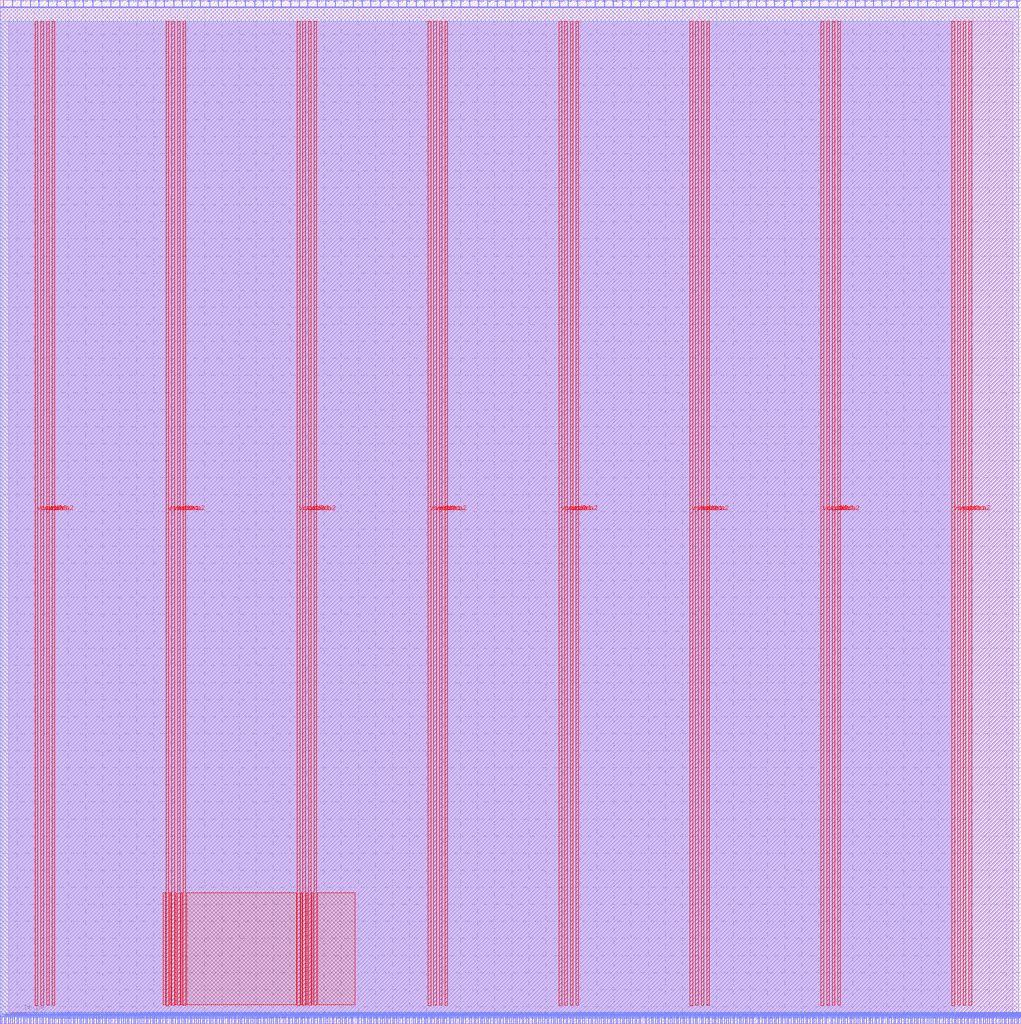
<source format=lef>
VERSION 5.7 ;
  NOWIREEXTENSIONATPIN ON ;
  DIVIDERCHAR "/" ;
  BUSBITCHARS "[]" ;
MACRO user_proj_example
  CLASS BLOCK ;
  FOREIGN user_proj_example ;
  ORIGIN 0.000 0.000 ;
  SIZE 598.760 BY 600.000 ;
  PIN io_in[0]
    DIRECTION INPUT ;
    USE SIGNAL ;
    PORT
      LAYER met2 ;
        RECT 1.860 596.000 2.140 600.000 ;
    END
  END io_in[0]
  PIN io_in[10]
    DIRECTION INPUT ;
    USE SIGNAL ;
    PORT
      LAYER met2 ;
        RECT 159.640 596.000 159.920 600.000 ;
    END
  END io_in[10]
  PIN io_in[11]
    DIRECTION INPUT ;
    USE SIGNAL ;
    PORT
      LAYER met2 ;
        RECT 175.280 596.000 175.560 600.000 ;
    END
  END io_in[11]
  PIN io_in[12]
    DIRECTION INPUT ;
    USE SIGNAL ;
    PORT
      LAYER met2 ;
        RECT 190.920 596.000 191.200 600.000 ;
    END
  END io_in[12]
  PIN io_in[13]
    DIRECTION INPUT ;
    USE SIGNAL ;
    PORT
      LAYER met2 ;
        RECT 207.020 596.000 207.300 600.000 ;
    END
  END io_in[13]
  PIN io_in[14]
    DIRECTION INPUT ;
    USE SIGNAL ;
    PORT
      LAYER met2 ;
        RECT 222.660 596.000 222.940 600.000 ;
    END
  END io_in[14]
  PIN io_in[15]
    DIRECTION INPUT ;
    USE SIGNAL ;
    PORT
      LAYER met2 ;
        RECT 238.300 596.000 238.580 600.000 ;
    END
  END io_in[15]
  PIN io_in[16]
    DIRECTION INPUT ;
    USE SIGNAL ;
    PORT
      LAYER met2 ;
        RECT 254.400 596.000 254.680 600.000 ;
    END
  END io_in[16]
  PIN io_in[17]
    DIRECTION INPUT ;
    USE SIGNAL ;
    PORT
      LAYER met2 ;
        RECT 270.040 596.000 270.320 600.000 ;
    END
  END io_in[17]
  PIN io_in[18]
    DIRECTION INPUT ;
    USE SIGNAL ;
    PORT
      LAYER met2 ;
        RECT 285.680 596.000 285.960 600.000 ;
    END
  END io_in[18]
  PIN io_in[19]
    DIRECTION INPUT ;
    USE SIGNAL ;
    PORT
      LAYER met2 ;
        RECT 301.780 596.000 302.060 600.000 ;
    END
  END io_in[19]
  PIN io_in[1]
    DIRECTION INPUT ;
    USE SIGNAL ;
    PORT
      LAYER met2 ;
        RECT 17.500 596.000 17.780 600.000 ;
    END
  END io_in[1]
  PIN io_in[20]
    DIRECTION INPUT ;
    USE SIGNAL ;
    PORT
      LAYER met2 ;
        RECT 317.420 596.000 317.700 600.000 ;
    END
  END io_in[20]
  PIN io_in[21]
    DIRECTION INPUT ;
    USE SIGNAL ;
    PORT
      LAYER met2 ;
        RECT 333.060 596.000 333.340 600.000 ;
    END
  END io_in[21]
  PIN io_in[22]
    DIRECTION INPUT ;
    USE SIGNAL ;
    PORT
      LAYER met2 ;
        RECT 348.700 596.000 348.980 600.000 ;
    END
  END io_in[22]
  PIN io_in[23]
    DIRECTION INPUT ;
    USE SIGNAL ;
    PORT
      LAYER met2 ;
        RECT 364.800 596.000 365.080 600.000 ;
    END
  END io_in[23]
  PIN io_in[24]
    DIRECTION INPUT ;
    USE SIGNAL ;
    PORT
      LAYER met2 ;
        RECT 380.440 596.000 380.720 600.000 ;
    END
  END io_in[24]
  PIN io_in[25]
    DIRECTION INPUT ;
    USE SIGNAL ;
    PORT
      LAYER met2 ;
        RECT 396.080 596.000 396.360 600.000 ;
    END
  END io_in[25]
  PIN io_in[26]
    DIRECTION INPUT ;
    USE SIGNAL ;
    PORT
      LAYER met2 ;
        RECT 412.180 596.000 412.460 600.000 ;
    END
  END io_in[26]
  PIN io_in[27]
    DIRECTION INPUT ;
    USE SIGNAL ;
    PORT
      LAYER met2 ;
        RECT 427.820 596.000 428.100 600.000 ;
    END
  END io_in[27]
  PIN io_in[28]
    DIRECTION INPUT ;
    USE SIGNAL ;
    PORT
      LAYER met2 ;
        RECT 443.460 596.000 443.740 600.000 ;
    END
  END io_in[28]
  PIN io_in[29]
    DIRECTION INPUT ;
    USE SIGNAL ;
    PORT
      LAYER met2 ;
        RECT 459.560 596.000 459.840 600.000 ;
    END
  END io_in[29]
  PIN io_in[2]
    DIRECTION INPUT ;
    USE SIGNAL ;
    PORT
      LAYER met2 ;
        RECT 33.140 596.000 33.420 600.000 ;
    END
  END io_in[2]
  PIN io_in[30]
    DIRECTION INPUT ;
    USE SIGNAL ;
    PORT
      LAYER met2 ;
        RECT 475.200 596.000 475.480 600.000 ;
    END
  END io_in[30]
  PIN io_in[31]
    DIRECTION INPUT ;
    USE SIGNAL ;
    PORT
      LAYER met2 ;
        RECT 490.840 596.000 491.120 600.000 ;
    END
  END io_in[31]
  PIN io_in[32]
    DIRECTION INPUT ;
    USE SIGNAL ;
    PORT
      LAYER met2 ;
        RECT 506.940 596.000 507.220 600.000 ;
    END
  END io_in[32]
  PIN io_in[33]
    DIRECTION INPUT ;
    USE SIGNAL ;
    PORT
      LAYER met2 ;
        RECT 522.580 596.000 522.860 600.000 ;
    END
  END io_in[33]
  PIN io_in[34]
    DIRECTION INPUT ;
    USE SIGNAL ;
    PORT
      LAYER met2 ;
        RECT 538.220 596.000 538.500 600.000 ;
    END
  END io_in[34]
  PIN io_in[35]
    DIRECTION INPUT ;
    USE SIGNAL ;
    PORT
      LAYER met2 ;
        RECT 554.320 596.000 554.600 600.000 ;
    END
  END io_in[35]
  PIN io_in[36]
    DIRECTION INPUT ;
    USE SIGNAL ;
    PORT
      LAYER met2 ;
        RECT 569.960 596.000 570.240 600.000 ;
    END
  END io_in[36]
  PIN io_in[37]
    DIRECTION INPUT ;
    USE SIGNAL ;
    PORT
      LAYER met2 ;
        RECT 585.600 596.000 585.880 600.000 ;
    END
  END io_in[37]
  PIN io_in[3]
    DIRECTION INPUT ;
    USE SIGNAL ;
    PORT
      LAYER met2 ;
        RECT 48.780 596.000 49.060 600.000 ;
    END
  END io_in[3]
  PIN io_in[4]
    DIRECTION INPUT ;
    USE SIGNAL ;
    PORT
      LAYER met2 ;
        RECT 64.880 596.000 65.160 600.000 ;
    END
  END io_in[4]
  PIN io_in[5]
    DIRECTION INPUT ;
    USE SIGNAL ;
    PORT
      LAYER met2 ;
        RECT 80.520 596.000 80.800 600.000 ;
    END
  END io_in[5]
  PIN io_in[6]
    DIRECTION INPUT ;
    USE SIGNAL ;
    PORT
      LAYER met2 ;
        RECT 96.160 596.000 96.440 600.000 ;
    END
  END io_in[6]
  PIN io_in[7]
    DIRECTION INPUT ;
    USE SIGNAL ;
    PORT
      LAYER met2 ;
        RECT 112.260 596.000 112.540 600.000 ;
    END
  END io_in[7]
  PIN io_in[8]
    DIRECTION INPUT ;
    USE SIGNAL ;
    PORT
      LAYER met2 ;
        RECT 127.900 596.000 128.180 600.000 ;
    END
  END io_in[8]
  PIN io_in[9]
    DIRECTION INPUT ;
    USE SIGNAL ;
    PORT
      LAYER met2 ;
        RECT 143.540 596.000 143.820 600.000 ;
    END
  END io_in[9]
  PIN io_oeb[0]
    DIRECTION OUTPUT TRISTATE ;
    USE SIGNAL ;
    PORT
      LAYER met2 ;
        RECT 6.920 596.000 7.200 600.000 ;
    END
  END io_oeb[0]
  PIN io_oeb[10]
    DIRECTION OUTPUT TRISTATE ;
    USE SIGNAL ;
    PORT
      LAYER met2 ;
        RECT 164.700 596.000 164.980 600.000 ;
    END
  END io_oeb[10]
  PIN io_oeb[11]
    DIRECTION OUTPUT TRISTATE ;
    USE SIGNAL ;
    PORT
      LAYER met2 ;
        RECT 180.340 596.000 180.620 600.000 ;
    END
  END io_oeb[11]
  PIN io_oeb[12]
    DIRECTION OUTPUT TRISTATE ;
    USE SIGNAL ;
    PORT
      LAYER met2 ;
        RECT 196.440 596.000 196.720 600.000 ;
    END
  END io_oeb[12]
  PIN io_oeb[13]
    DIRECTION OUTPUT TRISTATE ;
    USE SIGNAL ;
    PORT
      LAYER met2 ;
        RECT 212.080 596.000 212.360 600.000 ;
    END
  END io_oeb[13]
  PIN io_oeb[14]
    DIRECTION OUTPUT TRISTATE ;
    USE SIGNAL ;
    PORT
      LAYER met2 ;
        RECT 227.720 596.000 228.000 600.000 ;
    END
  END io_oeb[14]
  PIN io_oeb[15]
    DIRECTION OUTPUT TRISTATE ;
    USE SIGNAL ;
    PORT
      LAYER met2 ;
        RECT 243.820 596.000 244.100 600.000 ;
    END
  END io_oeb[15]
  PIN io_oeb[16]
    DIRECTION OUTPUT TRISTATE ;
    USE SIGNAL ;
    PORT
      LAYER met2 ;
        RECT 259.460 596.000 259.740 600.000 ;
    END
  END io_oeb[16]
  PIN io_oeb[17]
    DIRECTION OUTPUT TRISTATE ;
    USE SIGNAL ;
    PORT
      LAYER met2 ;
        RECT 275.100 596.000 275.380 600.000 ;
    END
  END io_oeb[17]
  PIN io_oeb[18]
    DIRECTION OUTPUT TRISTATE ;
    USE SIGNAL ;
    PORT
      LAYER met2 ;
        RECT 291.200 596.000 291.480 600.000 ;
    END
  END io_oeb[18]
  PIN io_oeb[19]
    DIRECTION OUTPUT TRISTATE ;
    USE SIGNAL ;
    PORT
      LAYER met2 ;
        RECT 306.840 596.000 307.120 600.000 ;
    END
  END io_oeb[19]
  PIN io_oeb[1]
    DIRECTION OUTPUT TRISTATE ;
    USE SIGNAL ;
    PORT
      LAYER met2 ;
        RECT 22.560 596.000 22.840 600.000 ;
    END
  END io_oeb[1]
  PIN io_oeb[20]
    DIRECTION OUTPUT TRISTATE ;
    USE SIGNAL ;
    PORT
      LAYER met2 ;
        RECT 322.480 596.000 322.760 600.000 ;
    END
  END io_oeb[20]
  PIN io_oeb[21]
    DIRECTION OUTPUT TRISTATE ;
    USE SIGNAL ;
    PORT
      LAYER met2 ;
        RECT 338.580 596.000 338.860 600.000 ;
    END
  END io_oeb[21]
  PIN io_oeb[22]
    DIRECTION OUTPUT TRISTATE ;
    USE SIGNAL ;
    PORT
      LAYER met2 ;
        RECT 354.220 596.000 354.500 600.000 ;
    END
  END io_oeb[22]
  PIN io_oeb[23]
    DIRECTION OUTPUT TRISTATE ;
    USE SIGNAL ;
    PORT
      LAYER met2 ;
        RECT 369.860 596.000 370.140 600.000 ;
    END
  END io_oeb[23]
  PIN io_oeb[24]
    DIRECTION OUTPUT TRISTATE ;
    USE SIGNAL ;
    PORT
      LAYER met2 ;
        RECT 385.960 596.000 386.240 600.000 ;
    END
  END io_oeb[24]
  PIN io_oeb[25]
    DIRECTION OUTPUT TRISTATE ;
    USE SIGNAL ;
    PORT
      LAYER met2 ;
        RECT 401.600 596.000 401.880 600.000 ;
    END
  END io_oeb[25]
  PIN io_oeb[26]
    DIRECTION OUTPUT TRISTATE ;
    USE SIGNAL ;
    PORT
      LAYER met2 ;
        RECT 417.240 596.000 417.520 600.000 ;
    END
  END io_oeb[26]
  PIN io_oeb[27]
    DIRECTION OUTPUT TRISTATE ;
    USE SIGNAL ;
    PORT
      LAYER met2 ;
        RECT 432.880 596.000 433.160 600.000 ;
    END
  END io_oeb[27]
  PIN io_oeb[28]
    DIRECTION OUTPUT TRISTATE ;
    USE SIGNAL ;
    PORT
      LAYER met2 ;
        RECT 448.980 596.000 449.260 600.000 ;
    END
  END io_oeb[28]
  PIN io_oeb[29]
    DIRECTION OUTPUT TRISTATE ;
    USE SIGNAL ;
    PORT
      LAYER met2 ;
        RECT 464.620 596.000 464.900 600.000 ;
    END
  END io_oeb[29]
  PIN io_oeb[2]
    DIRECTION OUTPUT TRISTATE ;
    USE SIGNAL ;
    PORT
      LAYER met2 ;
        RECT 38.660 596.000 38.940 600.000 ;
    END
  END io_oeb[2]
  PIN io_oeb[30]
    DIRECTION OUTPUT TRISTATE ;
    USE SIGNAL ;
    PORT
      LAYER met2 ;
        RECT 480.260 596.000 480.540 600.000 ;
    END
  END io_oeb[30]
  PIN io_oeb[31]
    DIRECTION OUTPUT TRISTATE ;
    USE SIGNAL ;
    PORT
      LAYER met2 ;
        RECT 496.360 596.000 496.640 600.000 ;
    END
  END io_oeb[31]
  PIN io_oeb[32]
    DIRECTION OUTPUT TRISTATE ;
    USE SIGNAL ;
    PORT
      LAYER met2 ;
        RECT 512.000 596.000 512.280 600.000 ;
    END
  END io_oeb[32]
  PIN io_oeb[33]
    DIRECTION OUTPUT TRISTATE ;
    USE SIGNAL ;
    PORT
      LAYER met2 ;
        RECT 527.640 596.000 527.920 600.000 ;
    END
  END io_oeb[33]
  PIN io_oeb[34]
    DIRECTION OUTPUT TRISTATE ;
    USE SIGNAL ;
    PORT
      LAYER met2 ;
        RECT 543.740 596.000 544.020 600.000 ;
    END
  END io_oeb[34]
  PIN io_oeb[35]
    DIRECTION OUTPUT TRISTATE ;
    USE SIGNAL ;
    PORT
      LAYER met2 ;
        RECT 559.380 596.000 559.660 600.000 ;
    END
  END io_oeb[35]
  PIN io_oeb[36]
    DIRECTION OUTPUT TRISTATE ;
    USE SIGNAL ;
    PORT
      LAYER met2 ;
        RECT 575.020 596.000 575.300 600.000 ;
    END
  END io_oeb[36]
  PIN io_oeb[37]
    DIRECTION OUTPUT TRISTATE ;
    USE SIGNAL ;
    PORT
      LAYER met2 ;
        RECT 591.120 596.000 591.400 600.000 ;
    END
  END io_oeb[37]
  PIN io_oeb[3]
    DIRECTION OUTPUT TRISTATE ;
    USE SIGNAL ;
    PORT
      LAYER met2 ;
        RECT 54.300 596.000 54.580 600.000 ;
    END
  END io_oeb[3]
  PIN io_oeb[4]
    DIRECTION OUTPUT TRISTATE ;
    USE SIGNAL ;
    PORT
      LAYER met2 ;
        RECT 69.940 596.000 70.220 600.000 ;
    END
  END io_oeb[4]
  PIN io_oeb[5]
    DIRECTION OUTPUT TRISTATE ;
    USE SIGNAL ;
    PORT
      LAYER met2 ;
        RECT 86.040 596.000 86.320 600.000 ;
    END
  END io_oeb[5]
  PIN io_oeb[6]
    DIRECTION OUTPUT TRISTATE ;
    USE SIGNAL ;
    PORT
      LAYER met2 ;
        RECT 101.680 596.000 101.960 600.000 ;
    END
  END io_oeb[6]
  PIN io_oeb[7]
    DIRECTION OUTPUT TRISTATE ;
    USE SIGNAL ;
    PORT
      LAYER met2 ;
        RECT 117.320 596.000 117.600 600.000 ;
    END
  END io_oeb[7]
  PIN io_oeb[8]
    DIRECTION OUTPUT TRISTATE ;
    USE SIGNAL ;
    PORT
      LAYER met2 ;
        RECT 132.960 596.000 133.240 600.000 ;
    END
  END io_oeb[8]
  PIN io_oeb[9]
    DIRECTION OUTPUT TRISTATE ;
    USE SIGNAL ;
    PORT
      LAYER met2 ;
        RECT 149.060 596.000 149.340 600.000 ;
    END
  END io_oeb[9]
  PIN io_out[0]
    DIRECTION OUTPUT TRISTATE ;
    USE SIGNAL ;
    PORT
      LAYER met2 ;
        RECT 11.980 596.000 12.260 600.000 ;
    END
  END io_out[0]
  PIN io_out[10]
    DIRECTION OUTPUT TRISTATE ;
    USE SIGNAL ;
    PORT
      LAYER met2 ;
        RECT 170.220 596.000 170.500 600.000 ;
    END
  END io_out[10]
  PIN io_out[11]
    DIRECTION OUTPUT TRISTATE ;
    USE SIGNAL ;
    PORT
      LAYER met2 ;
        RECT 185.860 596.000 186.140 600.000 ;
    END
  END io_out[11]
  PIN io_out[12]
    DIRECTION OUTPUT TRISTATE ;
    USE SIGNAL ;
    PORT
      LAYER met2 ;
        RECT 201.500 596.000 201.780 600.000 ;
    END
  END io_out[12]
  PIN io_out[13]
    DIRECTION OUTPUT TRISTATE ;
    USE SIGNAL ;
    PORT
      LAYER met2 ;
        RECT 217.140 596.000 217.420 600.000 ;
    END
  END io_out[13]
  PIN io_out[14]
    DIRECTION OUTPUT TRISTATE ;
    USE SIGNAL ;
    PORT
      LAYER met2 ;
        RECT 233.240 596.000 233.520 600.000 ;
    END
  END io_out[14]
  PIN io_out[15]
    DIRECTION OUTPUT TRISTATE ;
    USE SIGNAL ;
    PORT
      LAYER met2 ;
        RECT 248.880 596.000 249.160 600.000 ;
    END
  END io_out[15]
  PIN io_out[16]
    DIRECTION OUTPUT TRISTATE ;
    USE SIGNAL ;
    PORT
      LAYER met2 ;
        RECT 264.520 596.000 264.800 600.000 ;
    END
  END io_out[16]
  PIN io_out[17]
    DIRECTION OUTPUT TRISTATE ;
    USE SIGNAL ;
    PORT
      LAYER met2 ;
        RECT 280.620 596.000 280.900 600.000 ;
    END
  END io_out[17]
  PIN io_out[18]
    DIRECTION OUTPUT TRISTATE ;
    USE SIGNAL ;
    PORT
      LAYER met2 ;
        RECT 296.260 596.000 296.540 600.000 ;
    END
  END io_out[18]
  PIN io_out[19]
    DIRECTION OUTPUT TRISTATE ;
    USE SIGNAL ;
    PORT
      LAYER met2 ;
        RECT 311.900 596.000 312.180 600.000 ;
    END
  END io_out[19]
  PIN io_out[1]
    DIRECTION OUTPUT TRISTATE ;
    USE SIGNAL ;
    PORT
      LAYER met2 ;
        RECT 28.080 596.000 28.360 600.000 ;
    END
  END io_out[1]
  PIN io_out[20]
    DIRECTION OUTPUT TRISTATE ;
    USE SIGNAL ;
    PORT
      LAYER met2 ;
        RECT 328.000 596.000 328.280 600.000 ;
    END
  END io_out[20]
  PIN io_out[21]
    DIRECTION OUTPUT TRISTATE ;
    USE SIGNAL ;
    PORT
      LAYER met2 ;
        RECT 343.640 596.000 343.920 600.000 ;
    END
  END io_out[21]
  PIN io_out[22]
    DIRECTION OUTPUT TRISTATE ;
    USE SIGNAL ;
    PORT
      LAYER met2 ;
        RECT 359.280 596.000 359.560 600.000 ;
    END
  END io_out[22]
  PIN io_out[23]
    DIRECTION OUTPUT TRISTATE ;
    USE SIGNAL ;
    PORT
      LAYER met2 ;
        RECT 375.380 596.000 375.660 600.000 ;
    END
  END io_out[23]
  PIN io_out[24]
    DIRECTION OUTPUT TRISTATE ;
    USE SIGNAL ;
    PORT
      LAYER met2 ;
        RECT 391.020 596.000 391.300 600.000 ;
    END
  END io_out[24]
  PIN io_out[25]
    DIRECTION OUTPUT TRISTATE ;
    USE SIGNAL ;
    PORT
      LAYER met2 ;
        RECT 406.660 596.000 406.940 600.000 ;
    END
  END io_out[25]
  PIN io_out[26]
    DIRECTION OUTPUT TRISTATE ;
    USE SIGNAL ;
    PORT
      LAYER met2 ;
        RECT 422.760 596.000 423.040 600.000 ;
    END
  END io_out[26]
  PIN io_out[27]
    DIRECTION OUTPUT TRISTATE ;
    USE SIGNAL ;
    PORT
      LAYER met2 ;
        RECT 438.400 596.000 438.680 600.000 ;
    END
  END io_out[27]
  PIN io_out[28]
    DIRECTION OUTPUT TRISTATE ;
    USE SIGNAL ;
    PORT
      LAYER met2 ;
        RECT 454.040 596.000 454.320 600.000 ;
    END
  END io_out[28]
  PIN io_out[29]
    DIRECTION OUTPUT TRISTATE ;
    USE SIGNAL ;
    PORT
      LAYER met2 ;
        RECT 470.140 596.000 470.420 600.000 ;
    END
  END io_out[29]
  PIN io_out[2]
    DIRECTION OUTPUT TRISTATE ;
    USE SIGNAL ;
    PORT
      LAYER met2 ;
        RECT 43.720 596.000 44.000 600.000 ;
    END
  END io_out[2]
  PIN io_out[30]
    DIRECTION OUTPUT TRISTATE ;
    USE SIGNAL ;
    PORT
      LAYER met2 ;
        RECT 485.780 596.000 486.060 600.000 ;
    END
  END io_out[30]
  PIN io_out[31]
    DIRECTION OUTPUT TRISTATE ;
    USE SIGNAL ;
    PORT
      LAYER met2 ;
        RECT 501.420 596.000 501.700 600.000 ;
    END
  END io_out[31]
  PIN io_out[32]
    DIRECTION OUTPUT TRISTATE ;
    USE SIGNAL ;
    PORT
      LAYER met2 ;
        RECT 517.060 596.000 517.340 600.000 ;
    END
  END io_out[32]
  PIN io_out[33]
    DIRECTION OUTPUT TRISTATE ;
    USE SIGNAL ;
    PORT
      LAYER met2 ;
        RECT 533.160 596.000 533.440 600.000 ;
    END
  END io_out[33]
  PIN io_out[34]
    DIRECTION OUTPUT TRISTATE ;
    USE SIGNAL ;
    PORT
      LAYER met2 ;
        RECT 548.800 596.000 549.080 600.000 ;
    END
  END io_out[34]
  PIN io_out[35]
    DIRECTION OUTPUT TRISTATE ;
    USE SIGNAL ;
    PORT
      LAYER met2 ;
        RECT 564.440 596.000 564.720 600.000 ;
    END
  END io_out[35]
  PIN io_out[36]
    DIRECTION OUTPUT TRISTATE ;
    USE SIGNAL ;
    PORT
      LAYER met2 ;
        RECT 580.540 596.000 580.820 600.000 ;
    END
  END io_out[36]
  PIN io_out[37]
    DIRECTION OUTPUT TRISTATE ;
    USE SIGNAL ;
    PORT
      LAYER met2 ;
        RECT 596.180 596.000 596.460 600.000 ;
    END
  END io_out[37]
  PIN io_out[3]
    DIRECTION OUTPUT TRISTATE ;
    USE SIGNAL ;
    PORT
      LAYER met2 ;
        RECT 59.360 596.000 59.640 600.000 ;
    END
  END io_out[3]
  PIN io_out[4]
    DIRECTION OUTPUT TRISTATE ;
    USE SIGNAL ;
    PORT
      LAYER met2 ;
        RECT 75.460 596.000 75.740 600.000 ;
    END
  END io_out[4]
  PIN io_out[5]
    DIRECTION OUTPUT TRISTATE ;
    USE SIGNAL ;
    PORT
      LAYER met2 ;
        RECT 91.100 596.000 91.380 600.000 ;
    END
  END io_out[5]
  PIN io_out[6]
    DIRECTION OUTPUT TRISTATE ;
    USE SIGNAL ;
    PORT
      LAYER met2 ;
        RECT 106.740 596.000 107.020 600.000 ;
    END
  END io_out[6]
  PIN io_out[7]
    DIRECTION OUTPUT TRISTATE ;
    USE SIGNAL ;
    PORT
      LAYER met2 ;
        RECT 122.840 596.000 123.120 600.000 ;
    END
  END io_out[7]
  PIN io_out[8]
    DIRECTION OUTPUT TRISTATE ;
    USE SIGNAL ;
    PORT
      LAYER met2 ;
        RECT 138.480 596.000 138.760 600.000 ;
    END
  END io_out[8]
  PIN io_out[9]
    DIRECTION OUTPUT TRISTATE ;
    USE SIGNAL ;
    PORT
      LAYER met2 ;
        RECT 154.120 596.000 154.400 600.000 ;
    END
  END io_out[9]
  PIN la_data_in[0]
    DIRECTION INPUT ;
    USE SIGNAL ;
    PORT
      LAYER met2 ;
        RECT 129.740 0.000 130.020 4.000 ;
    END
  END la_data_in[0]
  PIN la_data_in[100]
    DIRECTION INPUT ;
    USE SIGNAL ;
    PORT
      LAYER met2 ;
        RECT 496.820 0.000 497.100 4.000 ;
    END
  END la_data_in[100]
  PIN la_data_in[101]
    DIRECTION INPUT ;
    USE SIGNAL ;
    PORT
      LAYER met2 ;
        RECT 500.500 0.000 500.780 4.000 ;
    END
  END la_data_in[101]
  PIN la_data_in[102]
    DIRECTION INPUT ;
    USE SIGNAL ;
    PORT
      LAYER met2 ;
        RECT 504.180 0.000 504.460 4.000 ;
    END
  END la_data_in[102]
  PIN la_data_in[103]
    DIRECTION INPUT ;
    USE SIGNAL ;
    PORT
      LAYER met2 ;
        RECT 507.860 0.000 508.140 4.000 ;
    END
  END la_data_in[103]
  PIN la_data_in[104]
    DIRECTION INPUT ;
    USE SIGNAL ;
    PORT
      LAYER met2 ;
        RECT 511.540 0.000 511.820 4.000 ;
    END
  END la_data_in[104]
  PIN la_data_in[105]
    DIRECTION INPUT ;
    USE SIGNAL ;
    PORT
      LAYER met2 ;
        RECT 515.220 0.000 515.500 4.000 ;
    END
  END la_data_in[105]
  PIN la_data_in[106]
    DIRECTION INPUT ;
    USE SIGNAL ;
    PORT
      LAYER met2 ;
        RECT 518.900 0.000 519.180 4.000 ;
    END
  END la_data_in[106]
  PIN la_data_in[107]
    DIRECTION INPUT ;
    USE SIGNAL ;
    PORT
      LAYER met2 ;
        RECT 522.580 0.000 522.860 4.000 ;
    END
  END la_data_in[107]
  PIN la_data_in[108]
    DIRECTION INPUT ;
    USE SIGNAL ;
    PORT
      LAYER met2 ;
        RECT 526.260 0.000 526.540 4.000 ;
    END
  END la_data_in[108]
  PIN la_data_in[109]
    DIRECTION INPUT ;
    USE SIGNAL ;
    PORT
      LAYER met2 ;
        RECT 529.940 0.000 530.220 4.000 ;
    END
  END la_data_in[109]
  PIN la_data_in[10]
    DIRECTION INPUT ;
    USE SIGNAL ;
    PORT
      LAYER met2 ;
        RECT 166.080 0.000 166.360 4.000 ;
    END
  END la_data_in[10]
  PIN la_data_in[110]
    DIRECTION INPUT ;
    USE SIGNAL ;
    PORT
      LAYER met2 ;
        RECT 533.620 0.000 533.900 4.000 ;
    END
  END la_data_in[110]
  PIN la_data_in[111]
    DIRECTION INPUT ;
    USE SIGNAL ;
    PORT
      LAYER met2 ;
        RECT 537.300 0.000 537.580 4.000 ;
    END
  END la_data_in[111]
  PIN la_data_in[112]
    DIRECTION INPUT ;
    USE SIGNAL ;
    PORT
      LAYER met2 ;
        RECT 540.980 0.000 541.260 4.000 ;
    END
  END la_data_in[112]
  PIN la_data_in[113]
    DIRECTION INPUT ;
    USE SIGNAL ;
    PORT
      LAYER met2 ;
        RECT 544.660 0.000 544.940 4.000 ;
    END
  END la_data_in[113]
  PIN la_data_in[114]
    DIRECTION INPUT ;
    USE SIGNAL ;
    PORT
      LAYER met2 ;
        RECT 548.340 0.000 548.620 4.000 ;
    END
  END la_data_in[114]
  PIN la_data_in[115]
    DIRECTION INPUT ;
    USE SIGNAL ;
    PORT
      LAYER met2 ;
        RECT 552.020 0.000 552.300 4.000 ;
    END
  END la_data_in[115]
  PIN la_data_in[116]
    DIRECTION INPUT ;
    USE SIGNAL ;
    PORT
      LAYER met2 ;
        RECT 555.700 0.000 555.980 4.000 ;
    END
  END la_data_in[116]
  PIN la_data_in[117]
    DIRECTION INPUT ;
    USE SIGNAL ;
    PORT
      LAYER met2 ;
        RECT 559.380 0.000 559.660 4.000 ;
    END
  END la_data_in[117]
  PIN la_data_in[118]
    DIRECTION INPUT ;
    USE SIGNAL ;
    PORT
      LAYER met2 ;
        RECT 563.060 0.000 563.340 4.000 ;
    END
  END la_data_in[118]
  PIN la_data_in[119]
    DIRECTION INPUT ;
    USE SIGNAL ;
    PORT
      LAYER met2 ;
        RECT 566.740 0.000 567.020 4.000 ;
    END
  END la_data_in[119]
  PIN la_data_in[11]
    DIRECTION INPUT ;
    USE SIGNAL ;
    PORT
      LAYER met2 ;
        RECT 169.760 0.000 170.040 4.000 ;
    END
  END la_data_in[11]
  PIN la_data_in[120]
    DIRECTION INPUT ;
    USE SIGNAL ;
    PORT
      LAYER met2 ;
        RECT 570.420 0.000 570.700 4.000 ;
    END
  END la_data_in[120]
  PIN la_data_in[121]
    DIRECTION INPUT ;
    USE SIGNAL ;
    PORT
      LAYER met2 ;
        RECT 574.100 0.000 574.380 4.000 ;
    END
  END la_data_in[121]
  PIN la_data_in[122]
    DIRECTION INPUT ;
    USE SIGNAL ;
    PORT
      LAYER met2 ;
        RECT 577.780 0.000 578.060 4.000 ;
    END
  END la_data_in[122]
  PIN la_data_in[123]
    DIRECTION INPUT ;
    USE SIGNAL ;
    PORT
      LAYER met2 ;
        RECT 581.460 0.000 581.740 4.000 ;
    END
  END la_data_in[123]
  PIN la_data_in[124]
    DIRECTION INPUT ;
    USE SIGNAL ;
    PORT
      LAYER met2 ;
        RECT 585.140 0.000 585.420 4.000 ;
    END
  END la_data_in[124]
  PIN la_data_in[125]
    DIRECTION INPUT ;
    USE SIGNAL ;
    PORT
      LAYER met2 ;
        RECT 588.820 0.000 589.100 4.000 ;
    END
  END la_data_in[125]
  PIN la_data_in[126]
    DIRECTION INPUT ;
    USE SIGNAL ;
    PORT
      LAYER met2 ;
        RECT 592.500 0.000 592.780 4.000 ;
    END
  END la_data_in[126]
  PIN la_data_in[127]
    DIRECTION INPUT ;
    USE SIGNAL ;
    PORT
      LAYER met2 ;
        RECT 596.180 0.000 596.460 4.000 ;
    END
  END la_data_in[127]
  PIN la_data_in[12]
    DIRECTION INPUT ;
    USE SIGNAL ;
    PORT
      LAYER met2 ;
        RECT 173.440 0.000 173.720 4.000 ;
    END
  END la_data_in[12]
  PIN la_data_in[13]
    DIRECTION INPUT ;
    USE SIGNAL ;
    PORT
      LAYER met2 ;
        RECT 177.120 0.000 177.400 4.000 ;
    END
  END la_data_in[13]
  PIN la_data_in[14]
    DIRECTION INPUT ;
    USE SIGNAL ;
    PORT
      LAYER met2 ;
        RECT 180.800 0.000 181.080 4.000 ;
    END
  END la_data_in[14]
  PIN la_data_in[15]
    DIRECTION INPUT ;
    USE SIGNAL ;
    PORT
      LAYER met2 ;
        RECT 184.480 0.000 184.760 4.000 ;
    END
  END la_data_in[15]
  PIN la_data_in[16]
    DIRECTION INPUT ;
    USE SIGNAL ;
    PORT
      LAYER met2 ;
        RECT 188.160 0.000 188.440 4.000 ;
    END
  END la_data_in[16]
  PIN la_data_in[17]
    DIRECTION INPUT ;
    USE SIGNAL ;
    PORT
      LAYER met2 ;
        RECT 191.840 0.000 192.120 4.000 ;
    END
  END la_data_in[17]
  PIN la_data_in[18]
    DIRECTION INPUT ;
    USE SIGNAL ;
    PORT
      LAYER met2 ;
        RECT 195.520 0.000 195.800 4.000 ;
    END
  END la_data_in[18]
  PIN la_data_in[19]
    DIRECTION INPUT ;
    USE SIGNAL ;
    PORT
      LAYER met2 ;
        RECT 199.200 0.000 199.480 4.000 ;
    END
  END la_data_in[19]
  PIN la_data_in[1]
    DIRECTION INPUT ;
    USE SIGNAL ;
    PORT
      LAYER met2 ;
        RECT 133.420 0.000 133.700 4.000 ;
    END
  END la_data_in[1]
  PIN la_data_in[20]
    DIRECTION INPUT ;
    USE SIGNAL ;
    PORT
      LAYER met2 ;
        RECT 202.880 0.000 203.160 4.000 ;
    END
  END la_data_in[20]
  PIN la_data_in[21]
    DIRECTION INPUT ;
    USE SIGNAL ;
    PORT
      LAYER met2 ;
        RECT 206.560 0.000 206.840 4.000 ;
    END
  END la_data_in[21]
  PIN la_data_in[22]
    DIRECTION INPUT ;
    USE SIGNAL ;
    PORT
      LAYER met2 ;
        RECT 210.240 0.000 210.520 4.000 ;
    END
  END la_data_in[22]
  PIN la_data_in[23]
    DIRECTION INPUT ;
    USE SIGNAL ;
    PORT
      LAYER met2 ;
        RECT 213.920 0.000 214.200 4.000 ;
    END
  END la_data_in[23]
  PIN la_data_in[24]
    DIRECTION INPUT ;
    USE SIGNAL ;
    PORT
      LAYER met2 ;
        RECT 217.600 0.000 217.880 4.000 ;
    END
  END la_data_in[24]
  PIN la_data_in[25]
    DIRECTION INPUT ;
    USE SIGNAL ;
    PORT
      LAYER met2 ;
        RECT 221.280 0.000 221.560 4.000 ;
    END
  END la_data_in[25]
  PIN la_data_in[26]
    DIRECTION INPUT ;
    USE SIGNAL ;
    PORT
      LAYER met2 ;
        RECT 224.960 0.000 225.240 4.000 ;
    END
  END la_data_in[26]
  PIN la_data_in[27]
    DIRECTION INPUT ;
    USE SIGNAL ;
    PORT
      LAYER met2 ;
        RECT 228.640 0.000 228.920 4.000 ;
    END
  END la_data_in[27]
  PIN la_data_in[28]
    DIRECTION INPUT ;
    USE SIGNAL ;
    PORT
      LAYER met2 ;
        RECT 232.320 0.000 232.600 4.000 ;
    END
  END la_data_in[28]
  PIN la_data_in[29]
    DIRECTION INPUT ;
    USE SIGNAL ;
    PORT
      LAYER met2 ;
        RECT 236.000 0.000 236.280 4.000 ;
    END
  END la_data_in[29]
  PIN la_data_in[2]
    DIRECTION INPUT ;
    USE SIGNAL ;
    PORT
      LAYER met2 ;
        RECT 137.100 0.000 137.380 4.000 ;
    END
  END la_data_in[2]
  PIN la_data_in[30]
    DIRECTION INPUT ;
    USE SIGNAL ;
    PORT
      LAYER met2 ;
        RECT 239.680 0.000 239.960 4.000 ;
    END
  END la_data_in[30]
  PIN la_data_in[31]
    DIRECTION INPUT ;
    USE SIGNAL ;
    PORT
      LAYER met2 ;
        RECT 243.360 0.000 243.640 4.000 ;
    END
  END la_data_in[31]
  PIN la_data_in[32]
    DIRECTION INPUT ;
    USE SIGNAL ;
    PORT
      LAYER met2 ;
        RECT 247.040 0.000 247.320 4.000 ;
    END
  END la_data_in[32]
  PIN la_data_in[33]
    DIRECTION INPUT ;
    USE SIGNAL ;
    PORT
      LAYER met2 ;
        RECT 250.720 0.000 251.000 4.000 ;
    END
  END la_data_in[33]
  PIN la_data_in[34]
    DIRECTION INPUT ;
    USE SIGNAL ;
    PORT
      LAYER met2 ;
        RECT 254.400 0.000 254.680 4.000 ;
    END
  END la_data_in[34]
  PIN la_data_in[35]
    DIRECTION INPUT ;
    USE SIGNAL ;
    PORT
      LAYER met2 ;
        RECT 258.080 0.000 258.360 4.000 ;
    END
  END la_data_in[35]
  PIN la_data_in[36]
    DIRECTION INPUT ;
    USE SIGNAL ;
    PORT
      LAYER met2 ;
        RECT 261.760 0.000 262.040 4.000 ;
    END
  END la_data_in[36]
  PIN la_data_in[37]
    DIRECTION INPUT ;
    USE SIGNAL ;
    PORT
      LAYER met2 ;
        RECT 265.440 0.000 265.720 4.000 ;
    END
  END la_data_in[37]
  PIN la_data_in[38]
    DIRECTION INPUT ;
    USE SIGNAL ;
    PORT
      LAYER met2 ;
        RECT 269.120 0.000 269.400 4.000 ;
    END
  END la_data_in[38]
  PIN la_data_in[39]
    DIRECTION INPUT ;
    USE SIGNAL ;
    PORT
      LAYER met2 ;
        RECT 272.800 0.000 273.080 4.000 ;
    END
  END la_data_in[39]
  PIN la_data_in[3]
    DIRECTION INPUT ;
    USE SIGNAL ;
    PORT
      LAYER met2 ;
        RECT 140.780 0.000 141.060 4.000 ;
    END
  END la_data_in[3]
  PIN la_data_in[40]
    DIRECTION INPUT ;
    USE SIGNAL ;
    PORT
      LAYER met2 ;
        RECT 276.480 0.000 276.760 4.000 ;
    END
  END la_data_in[40]
  PIN la_data_in[41]
    DIRECTION INPUT ;
    USE SIGNAL ;
    PORT
      LAYER met2 ;
        RECT 280.160 0.000 280.440 4.000 ;
    END
  END la_data_in[41]
  PIN la_data_in[42]
    DIRECTION INPUT ;
    USE SIGNAL ;
    PORT
      LAYER met2 ;
        RECT 283.840 0.000 284.120 4.000 ;
    END
  END la_data_in[42]
  PIN la_data_in[43]
    DIRECTION INPUT ;
    USE SIGNAL ;
    PORT
      LAYER met2 ;
        RECT 287.520 0.000 287.800 4.000 ;
    END
  END la_data_in[43]
  PIN la_data_in[44]
    DIRECTION INPUT ;
    USE SIGNAL ;
    PORT
      LAYER met2 ;
        RECT 291.200 0.000 291.480 4.000 ;
    END
  END la_data_in[44]
  PIN la_data_in[45]
    DIRECTION INPUT ;
    USE SIGNAL ;
    PORT
      LAYER met2 ;
        RECT 294.880 0.000 295.160 4.000 ;
    END
  END la_data_in[45]
  PIN la_data_in[46]
    DIRECTION INPUT ;
    USE SIGNAL ;
    PORT
      LAYER met2 ;
        RECT 298.560 0.000 298.840 4.000 ;
    END
  END la_data_in[46]
  PIN la_data_in[47]
    DIRECTION INPUT ;
    USE SIGNAL ;
    PORT
      LAYER met2 ;
        RECT 302.240 0.000 302.520 4.000 ;
    END
  END la_data_in[47]
  PIN la_data_in[48]
    DIRECTION INPUT ;
    USE SIGNAL ;
    PORT
      LAYER met2 ;
        RECT 305.920 0.000 306.200 4.000 ;
    END
  END la_data_in[48]
  PIN la_data_in[49]
    DIRECTION INPUT ;
    USE SIGNAL ;
    PORT
      LAYER met2 ;
        RECT 309.600 0.000 309.880 4.000 ;
    END
  END la_data_in[49]
  PIN la_data_in[4]
    DIRECTION INPUT ;
    USE SIGNAL ;
    PORT
      LAYER met2 ;
        RECT 144.460 0.000 144.740 4.000 ;
    END
  END la_data_in[4]
  PIN la_data_in[50]
    DIRECTION INPUT ;
    USE SIGNAL ;
    PORT
      LAYER met2 ;
        RECT 313.280 0.000 313.560 4.000 ;
    END
  END la_data_in[50]
  PIN la_data_in[51]
    DIRECTION INPUT ;
    USE SIGNAL ;
    PORT
      LAYER met2 ;
        RECT 316.960 0.000 317.240 4.000 ;
    END
  END la_data_in[51]
  PIN la_data_in[52]
    DIRECTION INPUT ;
    USE SIGNAL ;
    PORT
      LAYER met2 ;
        RECT 320.640 0.000 320.920 4.000 ;
    END
  END la_data_in[52]
  PIN la_data_in[53]
    DIRECTION INPUT ;
    USE SIGNAL ;
    PORT
      LAYER met2 ;
        RECT 324.320 0.000 324.600 4.000 ;
    END
  END la_data_in[53]
  PIN la_data_in[54]
    DIRECTION INPUT ;
    USE SIGNAL ;
    PORT
      LAYER met2 ;
        RECT 328.000 0.000 328.280 4.000 ;
    END
  END la_data_in[54]
  PIN la_data_in[55]
    DIRECTION INPUT ;
    USE SIGNAL ;
    PORT
      LAYER met2 ;
        RECT 331.680 0.000 331.960 4.000 ;
    END
  END la_data_in[55]
  PIN la_data_in[56]
    DIRECTION INPUT ;
    USE SIGNAL ;
    PORT
      LAYER met2 ;
        RECT 335.360 0.000 335.640 4.000 ;
    END
  END la_data_in[56]
  PIN la_data_in[57]
    DIRECTION INPUT ;
    USE SIGNAL ;
    PORT
      LAYER met2 ;
        RECT 339.040 0.000 339.320 4.000 ;
    END
  END la_data_in[57]
  PIN la_data_in[58]
    DIRECTION INPUT ;
    USE SIGNAL ;
    PORT
      LAYER met2 ;
        RECT 342.720 0.000 343.000 4.000 ;
    END
  END la_data_in[58]
  PIN la_data_in[59]
    DIRECTION INPUT ;
    USE SIGNAL ;
    PORT
      LAYER met2 ;
        RECT 346.400 0.000 346.680 4.000 ;
    END
  END la_data_in[59]
  PIN la_data_in[5]
    DIRECTION INPUT ;
    USE SIGNAL ;
    PORT
      LAYER met2 ;
        RECT 148.140 0.000 148.420 4.000 ;
    END
  END la_data_in[5]
  PIN la_data_in[60]
    DIRECTION INPUT ;
    USE SIGNAL ;
    PORT
      LAYER met2 ;
        RECT 350.080 0.000 350.360 4.000 ;
    END
  END la_data_in[60]
  PIN la_data_in[61]
    DIRECTION INPUT ;
    USE SIGNAL ;
    PORT
      LAYER met2 ;
        RECT 353.760 0.000 354.040 4.000 ;
    END
  END la_data_in[61]
  PIN la_data_in[62]
    DIRECTION INPUT ;
    USE SIGNAL ;
    PORT
      LAYER met2 ;
        RECT 357.440 0.000 357.720 4.000 ;
    END
  END la_data_in[62]
  PIN la_data_in[63]
    DIRECTION INPUT ;
    USE SIGNAL ;
    PORT
      LAYER met2 ;
        RECT 361.120 0.000 361.400 4.000 ;
    END
  END la_data_in[63]
  PIN la_data_in[64]
    DIRECTION INPUT ;
    USE SIGNAL ;
    PORT
      LAYER met2 ;
        RECT 364.800 0.000 365.080 4.000 ;
    END
  END la_data_in[64]
  PIN la_data_in[65]
    DIRECTION INPUT ;
    USE SIGNAL ;
    PORT
      LAYER met2 ;
        RECT 368.480 0.000 368.760 4.000 ;
    END
  END la_data_in[65]
  PIN la_data_in[66]
    DIRECTION INPUT ;
    USE SIGNAL ;
    PORT
      LAYER met2 ;
        RECT 372.160 0.000 372.440 4.000 ;
    END
  END la_data_in[66]
  PIN la_data_in[67]
    DIRECTION INPUT ;
    USE SIGNAL ;
    PORT
      LAYER met2 ;
        RECT 375.380 0.000 375.660 4.000 ;
    END
  END la_data_in[67]
  PIN la_data_in[68]
    DIRECTION INPUT ;
    USE SIGNAL ;
    PORT
      LAYER met2 ;
        RECT 379.060 0.000 379.340 4.000 ;
    END
  END la_data_in[68]
  PIN la_data_in[69]
    DIRECTION INPUT ;
    USE SIGNAL ;
    PORT
      LAYER met2 ;
        RECT 382.740 0.000 383.020 4.000 ;
    END
  END la_data_in[69]
  PIN la_data_in[6]
    DIRECTION INPUT ;
    USE SIGNAL ;
    PORT
      LAYER met2 ;
        RECT 151.360 0.000 151.640 4.000 ;
    END
  END la_data_in[6]
  PIN la_data_in[70]
    DIRECTION INPUT ;
    USE SIGNAL ;
    PORT
      LAYER met2 ;
        RECT 386.420 0.000 386.700 4.000 ;
    END
  END la_data_in[70]
  PIN la_data_in[71]
    DIRECTION INPUT ;
    USE SIGNAL ;
    PORT
      LAYER met2 ;
        RECT 390.100 0.000 390.380 4.000 ;
    END
  END la_data_in[71]
  PIN la_data_in[72]
    DIRECTION INPUT ;
    USE SIGNAL ;
    PORT
      LAYER met2 ;
        RECT 393.780 0.000 394.060 4.000 ;
    END
  END la_data_in[72]
  PIN la_data_in[73]
    DIRECTION INPUT ;
    USE SIGNAL ;
    PORT
      LAYER met2 ;
        RECT 397.460 0.000 397.740 4.000 ;
    END
  END la_data_in[73]
  PIN la_data_in[74]
    DIRECTION INPUT ;
    USE SIGNAL ;
    PORT
      LAYER met2 ;
        RECT 401.140 0.000 401.420 4.000 ;
    END
  END la_data_in[74]
  PIN la_data_in[75]
    DIRECTION INPUT ;
    USE SIGNAL ;
    PORT
      LAYER met2 ;
        RECT 404.820 0.000 405.100 4.000 ;
    END
  END la_data_in[75]
  PIN la_data_in[76]
    DIRECTION INPUT ;
    USE SIGNAL ;
    PORT
      LAYER met2 ;
        RECT 408.500 0.000 408.780 4.000 ;
    END
  END la_data_in[76]
  PIN la_data_in[77]
    DIRECTION INPUT ;
    USE SIGNAL ;
    PORT
      LAYER met2 ;
        RECT 412.180 0.000 412.460 4.000 ;
    END
  END la_data_in[77]
  PIN la_data_in[78]
    DIRECTION INPUT ;
    USE SIGNAL ;
    PORT
      LAYER met2 ;
        RECT 415.860 0.000 416.140 4.000 ;
    END
  END la_data_in[78]
  PIN la_data_in[79]
    DIRECTION INPUT ;
    USE SIGNAL ;
    PORT
      LAYER met2 ;
        RECT 419.540 0.000 419.820 4.000 ;
    END
  END la_data_in[79]
  PIN la_data_in[7]
    DIRECTION INPUT ;
    USE SIGNAL ;
    PORT
      LAYER met2 ;
        RECT 155.040 0.000 155.320 4.000 ;
    END
  END la_data_in[7]
  PIN la_data_in[80]
    DIRECTION INPUT ;
    USE SIGNAL ;
    PORT
      LAYER met2 ;
        RECT 423.220 0.000 423.500 4.000 ;
    END
  END la_data_in[80]
  PIN la_data_in[81]
    DIRECTION INPUT ;
    USE SIGNAL ;
    PORT
      LAYER met2 ;
        RECT 426.900 0.000 427.180 4.000 ;
    END
  END la_data_in[81]
  PIN la_data_in[82]
    DIRECTION INPUT ;
    USE SIGNAL ;
    PORT
      LAYER met2 ;
        RECT 430.580 0.000 430.860 4.000 ;
    END
  END la_data_in[82]
  PIN la_data_in[83]
    DIRECTION INPUT ;
    USE SIGNAL ;
    PORT
      LAYER met2 ;
        RECT 434.260 0.000 434.540 4.000 ;
    END
  END la_data_in[83]
  PIN la_data_in[84]
    DIRECTION INPUT ;
    USE SIGNAL ;
    PORT
      LAYER met2 ;
        RECT 437.940 0.000 438.220 4.000 ;
    END
  END la_data_in[84]
  PIN la_data_in[85]
    DIRECTION INPUT ;
    USE SIGNAL ;
    PORT
      LAYER met2 ;
        RECT 441.620 0.000 441.900 4.000 ;
    END
  END la_data_in[85]
  PIN la_data_in[86]
    DIRECTION INPUT ;
    USE SIGNAL ;
    PORT
      LAYER met2 ;
        RECT 445.300 0.000 445.580 4.000 ;
    END
  END la_data_in[86]
  PIN la_data_in[87]
    DIRECTION INPUT ;
    USE SIGNAL ;
    PORT
      LAYER met2 ;
        RECT 448.980 0.000 449.260 4.000 ;
    END
  END la_data_in[87]
  PIN la_data_in[88]
    DIRECTION INPUT ;
    USE SIGNAL ;
    PORT
      LAYER met2 ;
        RECT 452.660 0.000 452.940 4.000 ;
    END
  END la_data_in[88]
  PIN la_data_in[89]
    DIRECTION INPUT ;
    USE SIGNAL ;
    PORT
      LAYER met2 ;
        RECT 456.340 0.000 456.620 4.000 ;
    END
  END la_data_in[89]
  PIN la_data_in[8]
    DIRECTION INPUT ;
    USE SIGNAL ;
    PORT
      LAYER met2 ;
        RECT 158.720 0.000 159.000 4.000 ;
    END
  END la_data_in[8]
  PIN la_data_in[90]
    DIRECTION INPUT ;
    USE SIGNAL ;
    PORT
      LAYER met2 ;
        RECT 460.020 0.000 460.300 4.000 ;
    END
  END la_data_in[90]
  PIN la_data_in[91]
    DIRECTION INPUT ;
    USE SIGNAL ;
    PORT
      LAYER met2 ;
        RECT 463.700 0.000 463.980 4.000 ;
    END
  END la_data_in[91]
  PIN la_data_in[92]
    DIRECTION INPUT ;
    USE SIGNAL ;
    PORT
      LAYER met2 ;
        RECT 467.380 0.000 467.660 4.000 ;
    END
  END la_data_in[92]
  PIN la_data_in[93]
    DIRECTION INPUT ;
    USE SIGNAL ;
    PORT
      LAYER met2 ;
        RECT 471.060 0.000 471.340 4.000 ;
    END
  END la_data_in[93]
  PIN la_data_in[94]
    DIRECTION INPUT ;
    USE SIGNAL ;
    PORT
      LAYER met2 ;
        RECT 474.740 0.000 475.020 4.000 ;
    END
  END la_data_in[94]
  PIN la_data_in[95]
    DIRECTION INPUT ;
    USE SIGNAL ;
    PORT
      LAYER met2 ;
        RECT 478.420 0.000 478.700 4.000 ;
    END
  END la_data_in[95]
  PIN la_data_in[96]
    DIRECTION INPUT ;
    USE SIGNAL ;
    PORT
      LAYER met2 ;
        RECT 482.100 0.000 482.380 4.000 ;
    END
  END la_data_in[96]
  PIN la_data_in[97]
    DIRECTION INPUT ;
    USE SIGNAL ;
    PORT
      LAYER met2 ;
        RECT 485.780 0.000 486.060 4.000 ;
    END
  END la_data_in[97]
  PIN la_data_in[98]
    DIRECTION INPUT ;
    USE SIGNAL ;
    PORT
      LAYER met2 ;
        RECT 489.460 0.000 489.740 4.000 ;
    END
  END la_data_in[98]
  PIN la_data_in[99]
    DIRECTION INPUT ;
    USE SIGNAL ;
    PORT
      LAYER met2 ;
        RECT 493.140 0.000 493.420 4.000 ;
    END
  END la_data_in[99]
  PIN la_data_in[9]
    DIRECTION INPUT ;
    USE SIGNAL ;
    PORT
      LAYER met2 ;
        RECT 162.400 0.000 162.680 4.000 ;
    END
  END la_data_in[9]
  PIN la_data_out[0]
    DIRECTION OUTPUT TRISTATE ;
    USE SIGNAL ;
    PORT
      LAYER met2 ;
        RECT 130.660 0.000 130.940 4.000 ;
    END
  END la_data_out[0]
  PIN la_data_out[100]
    DIRECTION OUTPUT TRISTATE ;
    USE SIGNAL ;
    PORT
      LAYER met2 ;
        RECT 498.200 0.000 498.480 4.000 ;
    END
  END la_data_out[100]
  PIN la_data_out[101]
    DIRECTION OUTPUT TRISTATE ;
    USE SIGNAL ;
    PORT
      LAYER met2 ;
        RECT 501.880 0.000 502.160 4.000 ;
    END
  END la_data_out[101]
  PIN la_data_out[102]
    DIRECTION OUTPUT TRISTATE ;
    USE SIGNAL ;
    PORT
      LAYER met2 ;
        RECT 505.560 0.000 505.840 4.000 ;
    END
  END la_data_out[102]
  PIN la_data_out[103]
    DIRECTION OUTPUT TRISTATE ;
    USE SIGNAL ;
    PORT
      LAYER met2 ;
        RECT 509.240 0.000 509.520 4.000 ;
    END
  END la_data_out[103]
  PIN la_data_out[104]
    DIRECTION OUTPUT TRISTATE ;
    USE SIGNAL ;
    PORT
      LAYER met2 ;
        RECT 512.920 0.000 513.200 4.000 ;
    END
  END la_data_out[104]
  PIN la_data_out[105]
    DIRECTION OUTPUT TRISTATE ;
    USE SIGNAL ;
    PORT
      LAYER met2 ;
        RECT 516.600 0.000 516.880 4.000 ;
    END
  END la_data_out[105]
  PIN la_data_out[106]
    DIRECTION OUTPUT TRISTATE ;
    USE SIGNAL ;
    PORT
      LAYER met2 ;
        RECT 520.280 0.000 520.560 4.000 ;
    END
  END la_data_out[106]
  PIN la_data_out[107]
    DIRECTION OUTPUT TRISTATE ;
    USE SIGNAL ;
    PORT
      LAYER met2 ;
        RECT 523.960 0.000 524.240 4.000 ;
    END
  END la_data_out[107]
  PIN la_data_out[108]
    DIRECTION OUTPUT TRISTATE ;
    USE SIGNAL ;
    PORT
      LAYER met2 ;
        RECT 527.180 0.000 527.460 4.000 ;
    END
  END la_data_out[108]
  PIN la_data_out[109]
    DIRECTION OUTPUT TRISTATE ;
    USE SIGNAL ;
    PORT
      LAYER met2 ;
        RECT 530.860 0.000 531.140 4.000 ;
    END
  END la_data_out[109]
  PIN la_data_out[10]
    DIRECTION OUTPUT TRISTATE ;
    USE SIGNAL ;
    PORT
      LAYER met2 ;
        RECT 167.460 0.000 167.740 4.000 ;
    END
  END la_data_out[10]
  PIN la_data_out[110]
    DIRECTION OUTPUT TRISTATE ;
    USE SIGNAL ;
    PORT
      LAYER met2 ;
        RECT 534.540 0.000 534.820 4.000 ;
    END
  END la_data_out[110]
  PIN la_data_out[111]
    DIRECTION OUTPUT TRISTATE ;
    USE SIGNAL ;
    PORT
      LAYER met2 ;
        RECT 538.220 0.000 538.500 4.000 ;
    END
  END la_data_out[111]
  PIN la_data_out[112]
    DIRECTION OUTPUT TRISTATE ;
    USE SIGNAL ;
    PORT
      LAYER met2 ;
        RECT 541.900 0.000 542.180 4.000 ;
    END
  END la_data_out[112]
  PIN la_data_out[113]
    DIRECTION OUTPUT TRISTATE ;
    USE SIGNAL ;
    PORT
      LAYER met2 ;
        RECT 545.580 0.000 545.860 4.000 ;
    END
  END la_data_out[113]
  PIN la_data_out[114]
    DIRECTION OUTPUT TRISTATE ;
    USE SIGNAL ;
    PORT
      LAYER met2 ;
        RECT 549.260 0.000 549.540 4.000 ;
    END
  END la_data_out[114]
  PIN la_data_out[115]
    DIRECTION OUTPUT TRISTATE ;
    USE SIGNAL ;
    PORT
      LAYER met2 ;
        RECT 552.940 0.000 553.220 4.000 ;
    END
  END la_data_out[115]
  PIN la_data_out[116]
    DIRECTION OUTPUT TRISTATE ;
    USE SIGNAL ;
    PORT
      LAYER met2 ;
        RECT 556.620 0.000 556.900 4.000 ;
    END
  END la_data_out[116]
  PIN la_data_out[117]
    DIRECTION OUTPUT TRISTATE ;
    USE SIGNAL ;
    PORT
      LAYER met2 ;
        RECT 560.300 0.000 560.580 4.000 ;
    END
  END la_data_out[117]
  PIN la_data_out[118]
    DIRECTION OUTPUT TRISTATE ;
    USE SIGNAL ;
    PORT
      LAYER met2 ;
        RECT 563.980 0.000 564.260 4.000 ;
    END
  END la_data_out[118]
  PIN la_data_out[119]
    DIRECTION OUTPUT TRISTATE ;
    USE SIGNAL ;
    PORT
      LAYER met2 ;
        RECT 567.660 0.000 567.940 4.000 ;
    END
  END la_data_out[119]
  PIN la_data_out[11]
    DIRECTION OUTPUT TRISTATE ;
    USE SIGNAL ;
    PORT
      LAYER met2 ;
        RECT 171.140 0.000 171.420 4.000 ;
    END
  END la_data_out[11]
  PIN la_data_out[120]
    DIRECTION OUTPUT TRISTATE ;
    USE SIGNAL ;
    PORT
      LAYER met2 ;
        RECT 571.340 0.000 571.620 4.000 ;
    END
  END la_data_out[120]
  PIN la_data_out[121]
    DIRECTION OUTPUT TRISTATE ;
    USE SIGNAL ;
    PORT
      LAYER met2 ;
        RECT 575.020 0.000 575.300 4.000 ;
    END
  END la_data_out[121]
  PIN la_data_out[122]
    DIRECTION OUTPUT TRISTATE ;
    USE SIGNAL ;
    PORT
      LAYER met2 ;
        RECT 578.700 0.000 578.980 4.000 ;
    END
  END la_data_out[122]
  PIN la_data_out[123]
    DIRECTION OUTPUT TRISTATE ;
    USE SIGNAL ;
    PORT
      LAYER met2 ;
        RECT 582.380 0.000 582.660 4.000 ;
    END
  END la_data_out[123]
  PIN la_data_out[124]
    DIRECTION OUTPUT TRISTATE ;
    USE SIGNAL ;
    PORT
      LAYER met2 ;
        RECT 586.060 0.000 586.340 4.000 ;
    END
  END la_data_out[124]
  PIN la_data_out[125]
    DIRECTION OUTPUT TRISTATE ;
    USE SIGNAL ;
    PORT
      LAYER met2 ;
        RECT 589.740 0.000 590.020 4.000 ;
    END
  END la_data_out[125]
  PIN la_data_out[126]
    DIRECTION OUTPUT TRISTATE ;
    USE SIGNAL ;
    PORT
      LAYER met2 ;
        RECT 593.420 0.000 593.700 4.000 ;
    END
  END la_data_out[126]
  PIN la_data_out[127]
    DIRECTION OUTPUT TRISTATE ;
    USE SIGNAL ;
    PORT
      LAYER met2 ;
        RECT 597.100 0.000 597.380 4.000 ;
    END
  END la_data_out[127]
  PIN la_data_out[12]
    DIRECTION OUTPUT TRISTATE ;
    USE SIGNAL ;
    PORT
      LAYER met2 ;
        RECT 174.820 0.000 175.100 4.000 ;
    END
  END la_data_out[12]
  PIN la_data_out[13]
    DIRECTION OUTPUT TRISTATE ;
    USE SIGNAL ;
    PORT
      LAYER met2 ;
        RECT 178.500 0.000 178.780 4.000 ;
    END
  END la_data_out[13]
  PIN la_data_out[14]
    DIRECTION OUTPUT TRISTATE ;
    USE SIGNAL ;
    PORT
      LAYER met2 ;
        RECT 182.180 0.000 182.460 4.000 ;
    END
  END la_data_out[14]
  PIN la_data_out[15]
    DIRECTION OUTPUT TRISTATE ;
    USE SIGNAL ;
    PORT
      LAYER met2 ;
        RECT 185.860 0.000 186.140 4.000 ;
    END
  END la_data_out[15]
  PIN la_data_out[16]
    DIRECTION OUTPUT TRISTATE ;
    USE SIGNAL ;
    PORT
      LAYER met2 ;
        RECT 189.540 0.000 189.820 4.000 ;
    END
  END la_data_out[16]
  PIN la_data_out[17]
    DIRECTION OUTPUT TRISTATE ;
    USE SIGNAL ;
    PORT
      LAYER met2 ;
        RECT 193.220 0.000 193.500 4.000 ;
    END
  END la_data_out[17]
  PIN la_data_out[18]
    DIRECTION OUTPUT TRISTATE ;
    USE SIGNAL ;
    PORT
      LAYER met2 ;
        RECT 196.900 0.000 197.180 4.000 ;
    END
  END la_data_out[18]
  PIN la_data_out[19]
    DIRECTION OUTPUT TRISTATE ;
    USE SIGNAL ;
    PORT
      LAYER met2 ;
        RECT 200.580 0.000 200.860 4.000 ;
    END
  END la_data_out[19]
  PIN la_data_out[1]
    DIRECTION OUTPUT TRISTATE ;
    USE SIGNAL ;
    PORT
      LAYER met2 ;
        RECT 134.340 0.000 134.620 4.000 ;
    END
  END la_data_out[1]
  PIN la_data_out[20]
    DIRECTION OUTPUT TRISTATE ;
    USE SIGNAL ;
    PORT
      LAYER met2 ;
        RECT 204.260 0.000 204.540 4.000 ;
    END
  END la_data_out[20]
  PIN la_data_out[21]
    DIRECTION OUTPUT TRISTATE ;
    USE SIGNAL ;
    PORT
      LAYER met2 ;
        RECT 207.940 0.000 208.220 4.000 ;
    END
  END la_data_out[21]
  PIN la_data_out[22]
    DIRECTION OUTPUT TRISTATE ;
    USE SIGNAL ;
    PORT
      LAYER met2 ;
        RECT 211.620 0.000 211.900 4.000 ;
    END
  END la_data_out[22]
  PIN la_data_out[23]
    DIRECTION OUTPUT TRISTATE ;
    USE SIGNAL ;
    PORT
      LAYER met2 ;
        RECT 215.300 0.000 215.580 4.000 ;
    END
  END la_data_out[23]
  PIN la_data_out[24]
    DIRECTION OUTPUT TRISTATE ;
    USE SIGNAL ;
    PORT
      LAYER met2 ;
        RECT 218.980 0.000 219.260 4.000 ;
    END
  END la_data_out[24]
  PIN la_data_out[25]
    DIRECTION OUTPUT TRISTATE ;
    USE SIGNAL ;
    PORT
      LAYER met2 ;
        RECT 222.660 0.000 222.940 4.000 ;
    END
  END la_data_out[25]
  PIN la_data_out[26]
    DIRECTION OUTPUT TRISTATE ;
    USE SIGNAL ;
    PORT
      LAYER met2 ;
        RECT 226.340 0.000 226.620 4.000 ;
    END
  END la_data_out[26]
  PIN la_data_out[27]
    DIRECTION OUTPUT TRISTATE ;
    USE SIGNAL ;
    PORT
      LAYER met2 ;
        RECT 230.020 0.000 230.300 4.000 ;
    END
  END la_data_out[27]
  PIN la_data_out[28]
    DIRECTION OUTPUT TRISTATE ;
    USE SIGNAL ;
    PORT
      LAYER met2 ;
        RECT 233.700 0.000 233.980 4.000 ;
    END
  END la_data_out[28]
  PIN la_data_out[29]
    DIRECTION OUTPUT TRISTATE ;
    USE SIGNAL ;
    PORT
      LAYER met2 ;
        RECT 237.380 0.000 237.660 4.000 ;
    END
  END la_data_out[29]
  PIN la_data_out[2]
    DIRECTION OUTPUT TRISTATE ;
    USE SIGNAL ;
    PORT
      LAYER met2 ;
        RECT 138.020 0.000 138.300 4.000 ;
    END
  END la_data_out[2]
  PIN la_data_out[30]
    DIRECTION OUTPUT TRISTATE ;
    USE SIGNAL ;
    PORT
      LAYER met2 ;
        RECT 241.060 0.000 241.340 4.000 ;
    END
  END la_data_out[30]
  PIN la_data_out[31]
    DIRECTION OUTPUT TRISTATE ;
    USE SIGNAL ;
    PORT
      LAYER met2 ;
        RECT 244.740 0.000 245.020 4.000 ;
    END
  END la_data_out[31]
  PIN la_data_out[32]
    DIRECTION OUTPUT TRISTATE ;
    USE SIGNAL ;
    PORT
      LAYER met2 ;
        RECT 248.420 0.000 248.700 4.000 ;
    END
  END la_data_out[32]
  PIN la_data_out[33]
    DIRECTION OUTPUT TRISTATE ;
    USE SIGNAL ;
    PORT
      LAYER met2 ;
        RECT 252.100 0.000 252.380 4.000 ;
    END
  END la_data_out[33]
  PIN la_data_out[34]
    DIRECTION OUTPUT TRISTATE ;
    USE SIGNAL ;
    PORT
      LAYER met2 ;
        RECT 255.780 0.000 256.060 4.000 ;
    END
  END la_data_out[34]
  PIN la_data_out[35]
    DIRECTION OUTPUT TRISTATE ;
    USE SIGNAL ;
    PORT
      LAYER met2 ;
        RECT 259.460 0.000 259.740 4.000 ;
    END
  END la_data_out[35]
  PIN la_data_out[36]
    DIRECTION OUTPUT TRISTATE ;
    USE SIGNAL ;
    PORT
      LAYER met2 ;
        RECT 263.140 0.000 263.420 4.000 ;
    END
  END la_data_out[36]
  PIN la_data_out[37]
    DIRECTION OUTPUT TRISTATE ;
    USE SIGNAL ;
    PORT
      LAYER met2 ;
        RECT 266.820 0.000 267.100 4.000 ;
    END
  END la_data_out[37]
  PIN la_data_out[38]
    DIRECTION OUTPUT TRISTATE ;
    USE SIGNAL ;
    PORT
      LAYER met2 ;
        RECT 270.500 0.000 270.780 4.000 ;
    END
  END la_data_out[38]
  PIN la_data_out[39]
    DIRECTION OUTPUT TRISTATE ;
    USE SIGNAL ;
    PORT
      LAYER met2 ;
        RECT 274.180 0.000 274.460 4.000 ;
    END
  END la_data_out[39]
  PIN la_data_out[3]
    DIRECTION OUTPUT TRISTATE ;
    USE SIGNAL ;
    PORT
      LAYER met2 ;
        RECT 141.700 0.000 141.980 4.000 ;
    END
  END la_data_out[3]
  PIN la_data_out[40]
    DIRECTION OUTPUT TRISTATE ;
    USE SIGNAL ;
    PORT
      LAYER met2 ;
        RECT 277.860 0.000 278.140 4.000 ;
    END
  END la_data_out[40]
  PIN la_data_out[41]
    DIRECTION OUTPUT TRISTATE ;
    USE SIGNAL ;
    PORT
      LAYER met2 ;
        RECT 281.540 0.000 281.820 4.000 ;
    END
  END la_data_out[41]
  PIN la_data_out[42]
    DIRECTION OUTPUT TRISTATE ;
    USE SIGNAL ;
    PORT
      LAYER met2 ;
        RECT 285.220 0.000 285.500 4.000 ;
    END
  END la_data_out[42]
  PIN la_data_out[43]
    DIRECTION OUTPUT TRISTATE ;
    USE SIGNAL ;
    PORT
      LAYER met2 ;
        RECT 288.900 0.000 289.180 4.000 ;
    END
  END la_data_out[43]
  PIN la_data_out[44]
    DIRECTION OUTPUT TRISTATE ;
    USE SIGNAL ;
    PORT
      LAYER met2 ;
        RECT 292.580 0.000 292.860 4.000 ;
    END
  END la_data_out[44]
  PIN la_data_out[45]
    DIRECTION OUTPUT TRISTATE ;
    USE SIGNAL ;
    PORT
      LAYER met2 ;
        RECT 296.260 0.000 296.540 4.000 ;
    END
  END la_data_out[45]
  PIN la_data_out[46]
    DIRECTION OUTPUT TRISTATE ;
    USE SIGNAL ;
    PORT
      LAYER met2 ;
        RECT 299.940 0.000 300.220 4.000 ;
    END
  END la_data_out[46]
  PIN la_data_out[47]
    DIRECTION OUTPUT TRISTATE ;
    USE SIGNAL ;
    PORT
      LAYER met2 ;
        RECT 303.160 0.000 303.440 4.000 ;
    END
  END la_data_out[47]
  PIN la_data_out[48]
    DIRECTION OUTPUT TRISTATE ;
    USE SIGNAL ;
    PORT
      LAYER met2 ;
        RECT 306.840 0.000 307.120 4.000 ;
    END
  END la_data_out[48]
  PIN la_data_out[49]
    DIRECTION OUTPUT TRISTATE ;
    USE SIGNAL ;
    PORT
      LAYER met2 ;
        RECT 310.520 0.000 310.800 4.000 ;
    END
  END la_data_out[49]
  PIN la_data_out[4]
    DIRECTION OUTPUT TRISTATE ;
    USE SIGNAL ;
    PORT
      LAYER met2 ;
        RECT 145.380 0.000 145.660 4.000 ;
    END
  END la_data_out[4]
  PIN la_data_out[50]
    DIRECTION OUTPUT TRISTATE ;
    USE SIGNAL ;
    PORT
      LAYER met2 ;
        RECT 314.200 0.000 314.480 4.000 ;
    END
  END la_data_out[50]
  PIN la_data_out[51]
    DIRECTION OUTPUT TRISTATE ;
    USE SIGNAL ;
    PORT
      LAYER met2 ;
        RECT 317.880 0.000 318.160 4.000 ;
    END
  END la_data_out[51]
  PIN la_data_out[52]
    DIRECTION OUTPUT TRISTATE ;
    USE SIGNAL ;
    PORT
      LAYER met2 ;
        RECT 321.560 0.000 321.840 4.000 ;
    END
  END la_data_out[52]
  PIN la_data_out[53]
    DIRECTION OUTPUT TRISTATE ;
    USE SIGNAL ;
    PORT
      LAYER met2 ;
        RECT 325.240 0.000 325.520 4.000 ;
    END
  END la_data_out[53]
  PIN la_data_out[54]
    DIRECTION OUTPUT TRISTATE ;
    USE SIGNAL ;
    PORT
      LAYER met2 ;
        RECT 328.920 0.000 329.200 4.000 ;
    END
  END la_data_out[54]
  PIN la_data_out[55]
    DIRECTION OUTPUT TRISTATE ;
    USE SIGNAL ;
    PORT
      LAYER met2 ;
        RECT 332.600 0.000 332.880 4.000 ;
    END
  END la_data_out[55]
  PIN la_data_out[56]
    DIRECTION OUTPUT TRISTATE ;
    USE SIGNAL ;
    PORT
      LAYER met2 ;
        RECT 336.280 0.000 336.560 4.000 ;
    END
  END la_data_out[56]
  PIN la_data_out[57]
    DIRECTION OUTPUT TRISTATE ;
    USE SIGNAL ;
    PORT
      LAYER met2 ;
        RECT 339.960 0.000 340.240 4.000 ;
    END
  END la_data_out[57]
  PIN la_data_out[58]
    DIRECTION OUTPUT TRISTATE ;
    USE SIGNAL ;
    PORT
      LAYER met2 ;
        RECT 343.640 0.000 343.920 4.000 ;
    END
  END la_data_out[58]
  PIN la_data_out[59]
    DIRECTION OUTPUT TRISTATE ;
    USE SIGNAL ;
    PORT
      LAYER met2 ;
        RECT 347.320 0.000 347.600 4.000 ;
    END
  END la_data_out[59]
  PIN la_data_out[5]
    DIRECTION OUTPUT TRISTATE ;
    USE SIGNAL ;
    PORT
      LAYER met2 ;
        RECT 149.060 0.000 149.340 4.000 ;
    END
  END la_data_out[5]
  PIN la_data_out[60]
    DIRECTION OUTPUT TRISTATE ;
    USE SIGNAL ;
    PORT
      LAYER met2 ;
        RECT 351.000 0.000 351.280 4.000 ;
    END
  END la_data_out[60]
  PIN la_data_out[61]
    DIRECTION OUTPUT TRISTATE ;
    USE SIGNAL ;
    PORT
      LAYER met2 ;
        RECT 354.680 0.000 354.960 4.000 ;
    END
  END la_data_out[61]
  PIN la_data_out[62]
    DIRECTION OUTPUT TRISTATE ;
    USE SIGNAL ;
    PORT
      LAYER met2 ;
        RECT 358.360 0.000 358.640 4.000 ;
    END
  END la_data_out[62]
  PIN la_data_out[63]
    DIRECTION OUTPUT TRISTATE ;
    USE SIGNAL ;
    PORT
      LAYER met2 ;
        RECT 362.040 0.000 362.320 4.000 ;
    END
  END la_data_out[63]
  PIN la_data_out[64]
    DIRECTION OUTPUT TRISTATE ;
    USE SIGNAL ;
    PORT
      LAYER met2 ;
        RECT 365.720 0.000 366.000 4.000 ;
    END
  END la_data_out[64]
  PIN la_data_out[65]
    DIRECTION OUTPUT TRISTATE ;
    USE SIGNAL ;
    PORT
      LAYER met2 ;
        RECT 369.400 0.000 369.680 4.000 ;
    END
  END la_data_out[65]
  PIN la_data_out[66]
    DIRECTION OUTPUT TRISTATE ;
    USE SIGNAL ;
    PORT
      LAYER met2 ;
        RECT 373.080 0.000 373.360 4.000 ;
    END
  END la_data_out[66]
  PIN la_data_out[67]
    DIRECTION OUTPUT TRISTATE ;
    USE SIGNAL ;
    PORT
      LAYER met2 ;
        RECT 376.760 0.000 377.040 4.000 ;
    END
  END la_data_out[67]
  PIN la_data_out[68]
    DIRECTION OUTPUT TRISTATE ;
    USE SIGNAL ;
    PORT
      LAYER met2 ;
        RECT 380.440 0.000 380.720 4.000 ;
    END
  END la_data_out[68]
  PIN la_data_out[69]
    DIRECTION OUTPUT TRISTATE ;
    USE SIGNAL ;
    PORT
      LAYER met2 ;
        RECT 384.120 0.000 384.400 4.000 ;
    END
  END la_data_out[69]
  PIN la_data_out[6]
    DIRECTION OUTPUT TRISTATE ;
    USE SIGNAL ;
    PORT
      LAYER met2 ;
        RECT 152.740 0.000 153.020 4.000 ;
    END
  END la_data_out[6]
  PIN la_data_out[70]
    DIRECTION OUTPUT TRISTATE ;
    USE SIGNAL ;
    PORT
      LAYER met2 ;
        RECT 387.800 0.000 388.080 4.000 ;
    END
  END la_data_out[70]
  PIN la_data_out[71]
    DIRECTION OUTPUT TRISTATE ;
    USE SIGNAL ;
    PORT
      LAYER met2 ;
        RECT 391.480 0.000 391.760 4.000 ;
    END
  END la_data_out[71]
  PIN la_data_out[72]
    DIRECTION OUTPUT TRISTATE ;
    USE SIGNAL ;
    PORT
      LAYER met2 ;
        RECT 395.160 0.000 395.440 4.000 ;
    END
  END la_data_out[72]
  PIN la_data_out[73]
    DIRECTION OUTPUT TRISTATE ;
    USE SIGNAL ;
    PORT
      LAYER met2 ;
        RECT 398.840 0.000 399.120 4.000 ;
    END
  END la_data_out[73]
  PIN la_data_out[74]
    DIRECTION OUTPUT TRISTATE ;
    USE SIGNAL ;
    PORT
      LAYER met2 ;
        RECT 402.520 0.000 402.800 4.000 ;
    END
  END la_data_out[74]
  PIN la_data_out[75]
    DIRECTION OUTPUT TRISTATE ;
    USE SIGNAL ;
    PORT
      LAYER met2 ;
        RECT 406.200 0.000 406.480 4.000 ;
    END
  END la_data_out[75]
  PIN la_data_out[76]
    DIRECTION OUTPUT TRISTATE ;
    USE SIGNAL ;
    PORT
      LAYER met2 ;
        RECT 409.880 0.000 410.160 4.000 ;
    END
  END la_data_out[76]
  PIN la_data_out[77]
    DIRECTION OUTPUT TRISTATE ;
    USE SIGNAL ;
    PORT
      LAYER met2 ;
        RECT 413.560 0.000 413.840 4.000 ;
    END
  END la_data_out[77]
  PIN la_data_out[78]
    DIRECTION OUTPUT TRISTATE ;
    USE SIGNAL ;
    PORT
      LAYER met2 ;
        RECT 417.240 0.000 417.520 4.000 ;
    END
  END la_data_out[78]
  PIN la_data_out[79]
    DIRECTION OUTPUT TRISTATE ;
    USE SIGNAL ;
    PORT
      LAYER met2 ;
        RECT 420.920 0.000 421.200 4.000 ;
    END
  END la_data_out[79]
  PIN la_data_out[7]
    DIRECTION OUTPUT TRISTATE ;
    USE SIGNAL ;
    PORT
      LAYER met2 ;
        RECT 156.420 0.000 156.700 4.000 ;
    END
  END la_data_out[7]
  PIN la_data_out[80]
    DIRECTION OUTPUT TRISTATE ;
    USE SIGNAL ;
    PORT
      LAYER met2 ;
        RECT 424.600 0.000 424.880 4.000 ;
    END
  END la_data_out[80]
  PIN la_data_out[81]
    DIRECTION OUTPUT TRISTATE ;
    USE SIGNAL ;
    PORT
      LAYER met2 ;
        RECT 428.280 0.000 428.560 4.000 ;
    END
  END la_data_out[81]
  PIN la_data_out[82]
    DIRECTION OUTPUT TRISTATE ;
    USE SIGNAL ;
    PORT
      LAYER met2 ;
        RECT 431.960 0.000 432.240 4.000 ;
    END
  END la_data_out[82]
  PIN la_data_out[83]
    DIRECTION OUTPUT TRISTATE ;
    USE SIGNAL ;
    PORT
      LAYER met2 ;
        RECT 435.640 0.000 435.920 4.000 ;
    END
  END la_data_out[83]
  PIN la_data_out[84]
    DIRECTION OUTPUT TRISTATE ;
    USE SIGNAL ;
    PORT
      LAYER met2 ;
        RECT 439.320 0.000 439.600 4.000 ;
    END
  END la_data_out[84]
  PIN la_data_out[85]
    DIRECTION OUTPUT TRISTATE ;
    USE SIGNAL ;
    PORT
      LAYER met2 ;
        RECT 443.000 0.000 443.280 4.000 ;
    END
  END la_data_out[85]
  PIN la_data_out[86]
    DIRECTION OUTPUT TRISTATE ;
    USE SIGNAL ;
    PORT
      LAYER met2 ;
        RECT 446.680 0.000 446.960 4.000 ;
    END
  END la_data_out[86]
  PIN la_data_out[87]
    DIRECTION OUTPUT TRISTATE ;
    USE SIGNAL ;
    PORT
      LAYER met2 ;
        RECT 450.360 0.000 450.640 4.000 ;
    END
  END la_data_out[87]
  PIN la_data_out[88]
    DIRECTION OUTPUT TRISTATE ;
    USE SIGNAL ;
    PORT
      LAYER met2 ;
        RECT 454.040 0.000 454.320 4.000 ;
    END
  END la_data_out[88]
  PIN la_data_out[89]
    DIRECTION OUTPUT TRISTATE ;
    USE SIGNAL ;
    PORT
      LAYER met2 ;
        RECT 457.720 0.000 458.000 4.000 ;
    END
  END la_data_out[89]
  PIN la_data_out[8]
    DIRECTION OUTPUT TRISTATE ;
    USE SIGNAL ;
    PORT
      LAYER met2 ;
        RECT 160.100 0.000 160.380 4.000 ;
    END
  END la_data_out[8]
  PIN la_data_out[90]
    DIRECTION OUTPUT TRISTATE ;
    USE SIGNAL ;
    PORT
      LAYER met2 ;
        RECT 461.400 0.000 461.680 4.000 ;
    END
  END la_data_out[90]
  PIN la_data_out[91]
    DIRECTION OUTPUT TRISTATE ;
    USE SIGNAL ;
    PORT
      LAYER met2 ;
        RECT 465.080 0.000 465.360 4.000 ;
    END
  END la_data_out[91]
  PIN la_data_out[92]
    DIRECTION OUTPUT TRISTATE ;
    USE SIGNAL ;
    PORT
      LAYER met2 ;
        RECT 468.760 0.000 469.040 4.000 ;
    END
  END la_data_out[92]
  PIN la_data_out[93]
    DIRECTION OUTPUT TRISTATE ;
    USE SIGNAL ;
    PORT
      LAYER met2 ;
        RECT 472.440 0.000 472.720 4.000 ;
    END
  END la_data_out[93]
  PIN la_data_out[94]
    DIRECTION OUTPUT TRISTATE ;
    USE SIGNAL ;
    PORT
      LAYER met2 ;
        RECT 476.120 0.000 476.400 4.000 ;
    END
  END la_data_out[94]
  PIN la_data_out[95]
    DIRECTION OUTPUT TRISTATE ;
    USE SIGNAL ;
    PORT
      LAYER met2 ;
        RECT 479.800 0.000 480.080 4.000 ;
    END
  END la_data_out[95]
  PIN la_data_out[96]
    DIRECTION OUTPUT TRISTATE ;
    USE SIGNAL ;
    PORT
      LAYER met2 ;
        RECT 483.480 0.000 483.760 4.000 ;
    END
  END la_data_out[96]
  PIN la_data_out[97]
    DIRECTION OUTPUT TRISTATE ;
    USE SIGNAL ;
    PORT
      LAYER met2 ;
        RECT 487.160 0.000 487.440 4.000 ;
    END
  END la_data_out[97]
  PIN la_data_out[98]
    DIRECTION OUTPUT TRISTATE ;
    USE SIGNAL ;
    PORT
      LAYER met2 ;
        RECT 490.840 0.000 491.120 4.000 ;
    END
  END la_data_out[98]
  PIN la_data_out[99]
    DIRECTION OUTPUT TRISTATE ;
    USE SIGNAL ;
    PORT
      LAYER met2 ;
        RECT 494.520 0.000 494.800 4.000 ;
    END
  END la_data_out[99]
  PIN la_data_out[9]
    DIRECTION OUTPUT TRISTATE ;
    USE SIGNAL ;
    PORT
      LAYER met2 ;
        RECT 163.780 0.000 164.060 4.000 ;
    END
  END la_data_out[9]
  PIN la_oen[0]
    DIRECTION INPUT ;
    USE SIGNAL ;
    PORT
      LAYER met2 ;
        RECT 132.040 0.000 132.320 4.000 ;
    END
  END la_oen[0]
  PIN la_oen[100]
    DIRECTION INPUT ;
    USE SIGNAL ;
    PORT
      LAYER met2 ;
        RECT 499.120 0.000 499.400 4.000 ;
    END
  END la_oen[100]
  PIN la_oen[101]
    DIRECTION INPUT ;
    USE SIGNAL ;
    PORT
      LAYER met2 ;
        RECT 502.800 0.000 503.080 4.000 ;
    END
  END la_oen[101]
  PIN la_oen[102]
    DIRECTION INPUT ;
    USE SIGNAL ;
    PORT
      LAYER met2 ;
        RECT 506.480 0.000 506.760 4.000 ;
    END
  END la_oen[102]
  PIN la_oen[103]
    DIRECTION INPUT ;
    USE SIGNAL ;
    PORT
      LAYER met2 ;
        RECT 510.160 0.000 510.440 4.000 ;
    END
  END la_oen[103]
  PIN la_oen[104]
    DIRECTION INPUT ;
    USE SIGNAL ;
    PORT
      LAYER met2 ;
        RECT 513.840 0.000 514.120 4.000 ;
    END
  END la_oen[104]
  PIN la_oen[105]
    DIRECTION INPUT ;
    USE SIGNAL ;
    PORT
      LAYER met2 ;
        RECT 517.520 0.000 517.800 4.000 ;
    END
  END la_oen[105]
  PIN la_oen[106]
    DIRECTION INPUT ;
    USE SIGNAL ;
    PORT
      LAYER met2 ;
        RECT 521.200 0.000 521.480 4.000 ;
    END
  END la_oen[106]
  PIN la_oen[107]
    DIRECTION INPUT ;
    USE SIGNAL ;
    PORT
      LAYER met2 ;
        RECT 524.880 0.000 525.160 4.000 ;
    END
  END la_oen[107]
  PIN la_oen[108]
    DIRECTION INPUT ;
    USE SIGNAL ;
    PORT
      LAYER met2 ;
        RECT 528.560 0.000 528.840 4.000 ;
    END
  END la_oen[108]
  PIN la_oen[109]
    DIRECTION INPUT ;
    USE SIGNAL ;
    PORT
      LAYER met2 ;
        RECT 532.240 0.000 532.520 4.000 ;
    END
  END la_oen[109]
  PIN la_oen[10]
    DIRECTION INPUT ;
    USE SIGNAL ;
    PORT
      LAYER met2 ;
        RECT 168.840 0.000 169.120 4.000 ;
    END
  END la_oen[10]
  PIN la_oen[110]
    DIRECTION INPUT ;
    USE SIGNAL ;
    PORT
      LAYER met2 ;
        RECT 535.920 0.000 536.200 4.000 ;
    END
  END la_oen[110]
  PIN la_oen[111]
    DIRECTION INPUT ;
    USE SIGNAL ;
    PORT
      LAYER met2 ;
        RECT 539.600 0.000 539.880 4.000 ;
    END
  END la_oen[111]
  PIN la_oen[112]
    DIRECTION INPUT ;
    USE SIGNAL ;
    PORT
      LAYER met2 ;
        RECT 543.280 0.000 543.560 4.000 ;
    END
  END la_oen[112]
  PIN la_oen[113]
    DIRECTION INPUT ;
    USE SIGNAL ;
    PORT
      LAYER met2 ;
        RECT 546.960 0.000 547.240 4.000 ;
    END
  END la_oen[113]
  PIN la_oen[114]
    DIRECTION INPUT ;
    USE SIGNAL ;
    PORT
      LAYER met2 ;
        RECT 550.640 0.000 550.920 4.000 ;
    END
  END la_oen[114]
  PIN la_oen[115]
    DIRECTION INPUT ;
    USE SIGNAL ;
    PORT
      LAYER met2 ;
        RECT 554.320 0.000 554.600 4.000 ;
    END
  END la_oen[115]
  PIN la_oen[116]
    DIRECTION INPUT ;
    USE SIGNAL ;
    PORT
      LAYER met2 ;
        RECT 558.000 0.000 558.280 4.000 ;
    END
  END la_oen[116]
  PIN la_oen[117]
    DIRECTION INPUT ;
    USE SIGNAL ;
    PORT
      LAYER met2 ;
        RECT 561.680 0.000 561.960 4.000 ;
    END
  END la_oen[117]
  PIN la_oen[118]
    DIRECTION INPUT ;
    USE SIGNAL ;
    PORT
      LAYER met2 ;
        RECT 565.360 0.000 565.640 4.000 ;
    END
  END la_oen[118]
  PIN la_oen[119]
    DIRECTION INPUT ;
    USE SIGNAL ;
    PORT
      LAYER met2 ;
        RECT 569.040 0.000 569.320 4.000 ;
    END
  END la_oen[119]
  PIN la_oen[11]
    DIRECTION INPUT ;
    USE SIGNAL ;
    PORT
      LAYER met2 ;
        RECT 172.520 0.000 172.800 4.000 ;
    END
  END la_oen[11]
  PIN la_oen[120]
    DIRECTION INPUT ;
    USE SIGNAL ;
    PORT
      LAYER met2 ;
        RECT 572.720 0.000 573.000 4.000 ;
    END
  END la_oen[120]
  PIN la_oen[121]
    DIRECTION INPUT ;
    USE SIGNAL ;
    PORT
      LAYER met2 ;
        RECT 576.400 0.000 576.680 4.000 ;
    END
  END la_oen[121]
  PIN la_oen[122]
    DIRECTION INPUT ;
    USE SIGNAL ;
    PORT
      LAYER met2 ;
        RECT 580.080 0.000 580.360 4.000 ;
    END
  END la_oen[122]
  PIN la_oen[123]
    DIRECTION INPUT ;
    USE SIGNAL ;
    PORT
      LAYER met2 ;
        RECT 583.760 0.000 584.040 4.000 ;
    END
  END la_oen[123]
  PIN la_oen[124]
    DIRECTION INPUT ;
    USE SIGNAL ;
    PORT
      LAYER met2 ;
        RECT 587.440 0.000 587.720 4.000 ;
    END
  END la_oen[124]
  PIN la_oen[125]
    DIRECTION INPUT ;
    USE SIGNAL ;
    PORT
      LAYER met2 ;
        RECT 591.120 0.000 591.400 4.000 ;
    END
  END la_oen[125]
  PIN la_oen[126]
    DIRECTION INPUT ;
    USE SIGNAL ;
    PORT
      LAYER met2 ;
        RECT 594.800 0.000 595.080 4.000 ;
    END
  END la_oen[126]
  PIN la_oen[127]
    DIRECTION INPUT ;
    USE SIGNAL ;
    PORT
      LAYER met2 ;
        RECT 598.480 0.000 598.760 4.000 ;
    END
  END la_oen[127]
  PIN la_oen[12]
    DIRECTION INPUT ;
    USE SIGNAL ;
    PORT
      LAYER met2 ;
        RECT 176.200 0.000 176.480 4.000 ;
    END
  END la_oen[12]
  PIN la_oen[13]
    DIRECTION INPUT ;
    USE SIGNAL ;
    PORT
      LAYER met2 ;
        RECT 179.880 0.000 180.160 4.000 ;
    END
  END la_oen[13]
  PIN la_oen[14]
    DIRECTION INPUT ;
    USE SIGNAL ;
    PORT
      LAYER met2 ;
        RECT 183.560 0.000 183.840 4.000 ;
    END
  END la_oen[14]
  PIN la_oen[15]
    DIRECTION INPUT ;
    USE SIGNAL ;
    PORT
      LAYER met2 ;
        RECT 187.240 0.000 187.520 4.000 ;
    END
  END la_oen[15]
  PIN la_oen[16]
    DIRECTION INPUT ;
    USE SIGNAL ;
    PORT
      LAYER met2 ;
        RECT 190.920 0.000 191.200 4.000 ;
    END
  END la_oen[16]
  PIN la_oen[17]
    DIRECTION INPUT ;
    USE SIGNAL ;
    PORT
      LAYER met2 ;
        RECT 194.600 0.000 194.880 4.000 ;
    END
  END la_oen[17]
  PIN la_oen[18]
    DIRECTION INPUT ;
    USE SIGNAL ;
    PORT
      LAYER met2 ;
        RECT 198.280 0.000 198.560 4.000 ;
    END
  END la_oen[18]
  PIN la_oen[19]
    DIRECTION INPUT ;
    USE SIGNAL ;
    PORT
      LAYER met2 ;
        RECT 201.960 0.000 202.240 4.000 ;
    END
  END la_oen[19]
  PIN la_oen[1]
    DIRECTION INPUT ;
    USE SIGNAL ;
    PORT
      LAYER met2 ;
        RECT 135.720 0.000 136.000 4.000 ;
    END
  END la_oen[1]
  PIN la_oen[20]
    DIRECTION INPUT ;
    USE SIGNAL ;
    PORT
      LAYER met2 ;
        RECT 205.640 0.000 205.920 4.000 ;
    END
  END la_oen[20]
  PIN la_oen[21]
    DIRECTION INPUT ;
    USE SIGNAL ;
    PORT
      LAYER met2 ;
        RECT 209.320 0.000 209.600 4.000 ;
    END
  END la_oen[21]
  PIN la_oen[22]
    DIRECTION INPUT ;
    USE SIGNAL ;
    PORT
      LAYER met2 ;
        RECT 213.000 0.000 213.280 4.000 ;
    END
  END la_oen[22]
  PIN la_oen[23]
    DIRECTION INPUT ;
    USE SIGNAL ;
    PORT
      LAYER met2 ;
        RECT 216.680 0.000 216.960 4.000 ;
    END
  END la_oen[23]
  PIN la_oen[24]
    DIRECTION INPUT ;
    USE SIGNAL ;
    PORT
      LAYER met2 ;
        RECT 220.360 0.000 220.640 4.000 ;
    END
  END la_oen[24]
  PIN la_oen[25]
    DIRECTION INPUT ;
    USE SIGNAL ;
    PORT
      LAYER met2 ;
        RECT 224.040 0.000 224.320 4.000 ;
    END
  END la_oen[25]
  PIN la_oen[26]
    DIRECTION INPUT ;
    USE SIGNAL ;
    PORT
      LAYER met2 ;
        RECT 227.260 0.000 227.540 4.000 ;
    END
  END la_oen[26]
  PIN la_oen[27]
    DIRECTION INPUT ;
    USE SIGNAL ;
    PORT
      LAYER met2 ;
        RECT 230.940 0.000 231.220 4.000 ;
    END
  END la_oen[27]
  PIN la_oen[28]
    DIRECTION INPUT ;
    USE SIGNAL ;
    PORT
      LAYER met2 ;
        RECT 234.620 0.000 234.900 4.000 ;
    END
  END la_oen[28]
  PIN la_oen[29]
    DIRECTION INPUT ;
    USE SIGNAL ;
    PORT
      LAYER met2 ;
        RECT 238.300 0.000 238.580 4.000 ;
    END
  END la_oen[29]
  PIN la_oen[2]
    DIRECTION INPUT ;
    USE SIGNAL ;
    PORT
      LAYER met2 ;
        RECT 139.400 0.000 139.680 4.000 ;
    END
  END la_oen[2]
  PIN la_oen[30]
    DIRECTION INPUT ;
    USE SIGNAL ;
    PORT
      LAYER met2 ;
        RECT 241.980 0.000 242.260 4.000 ;
    END
  END la_oen[30]
  PIN la_oen[31]
    DIRECTION INPUT ;
    USE SIGNAL ;
    PORT
      LAYER met2 ;
        RECT 245.660 0.000 245.940 4.000 ;
    END
  END la_oen[31]
  PIN la_oen[32]
    DIRECTION INPUT ;
    USE SIGNAL ;
    PORT
      LAYER met2 ;
        RECT 249.340 0.000 249.620 4.000 ;
    END
  END la_oen[32]
  PIN la_oen[33]
    DIRECTION INPUT ;
    USE SIGNAL ;
    PORT
      LAYER met2 ;
        RECT 253.020 0.000 253.300 4.000 ;
    END
  END la_oen[33]
  PIN la_oen[34]
    DIRECTION INPUT ;
    USE SIGNAL ;
    PORT
      LAYER met2 ;
        RECT 256.700 0.000 256.980 4.000 ;
    END
  END la_oen[34]
  PIN la_oen[35]
    DIRECTION INPUT ;
    USE SIGNAL ;
    PORT
      LAYER met2 ;
        RECT 260.380 0.000 260.660 4.000 ;
    END
  END la_oen[35]
  PIN la_oen[36]
    DIRECTION INPUT ;
    USE SIGNAL ;
    PORT
      LAYER met2 ;
        RECT 264.060 0.000 264.340 4.000 ;
    END
  END la_oen[36]
  PIN la_oen[37]
    DIRECTION INPUT ;
    USE SIGNAL ;
    PORT
      LAYER met2 ;
        RECT 267.740 0.000 268.020 4.000 ;
    END
  END la_oen[37]
  PIN la_oen[38]
    DIRECTION INPUT ;
    USE SIGNAL ;
    PORT
      LAYER met2 ;
        RECT 271.420 0.000 271.700 4.000 ;
    END
  END la_oen[38]
  PIN la_oen[39]
    DIRECTION INPUT ;
    USE SIGNAL ;
    PORT
      LAYER met2 ;
        RECT 275.100 0.000 275.380 4.000 ;
    END
  END la_oen[39]
  PIN la_oen[3]
    DIRECTION INPUT ;
    USE SIGNAL ;
    PORT
      LAYER met2 ;
        RECT 143.080 0.000 143.360 4.000 ;
    END
  END la_oen[3]
  PIN la_oen[40]
    DIRECTION INPUT ;
    USE SIGNAL ;
    PORT
      LAYER met2 ;
        RECT 278.780 0.000 279.060 4.000 ;
    END
  END la_oen[40]
  PIN la_oen[41]
    DIRECTION INPUT ;
    USE SIGNAL ;
    PORT
      LAYER met2 ;
        RECT 282.460 0.000 282.740 4.000 ;
    END
  END la_oen[41]
  PIN la_oen[42]
    DIRECTION INPUT ;
    USE SIGNAL ;
    PORT
      LAYER met2 ;
        RECT 286.140 0.000 286.420 4.000 ;
    END
  END la_oen[42]
  PIN la_oen[43]
    DIRECTION INPUT ;
    USE SIGNAL ;
    PORT
      LAYER met2 ;
        RECT 289.820 0.000 290.100 4.000 ;
    END
  END la_oen[43]
  PIN la_oen[44]
    DIRECTION INPUT ;
    USE SIGNAL ;
    PORT
      LAYER met2 ;
        RECT 293.500 0.000 293.780 4.000 ;
    END
  END la_oen[44]
  PIN la_oen[45]
    DIRECTION INPUT ;
    USE SIGNAL ;
    PORT
      LAYER met2 ;
        RECT 297.180 0.000 297.460 4.000 ;
    END
  END la_oen[45]
  PIN la_oen[46]
    DIRECTION INPUT ;
    USE SIGNAL ;
    PORT
      LAYER met2 ;
        RECT 300.860 0.000 301.140 4.000 ;
    END
  END la_oen[46]
  PIN la_oen[47]
    DIRECTION INPUT ;
    USE SIGNAL ;
    PORT
      LAYER met2 ;
        RECT 304.540 0.000 304.820 4.000 ;
    END
  END la_oen[47]
  PIN la_oen[48]
    DIRECTION INPUT ;
    USE SIGNAL ;
    PORT
      LAYER met2 ;
        RECT 308.220 0.000 308.500 4.000 ;
    END
  END la_oen[48]
  PIN la_oen[49]
    DIRECTION INPUT ;
    USE SIGNAL ;
    PORT
      LAYER met2 ;
        RECT 311.900 0.000 312.180 4.000 ;
    END
  END la_oen[49]
  PIN la_oen[4]
    DIRECTION INPUT ;
    USE SIGNAL ;
    PORT
      LAYER met2 ;
        RECT 146.760 0.000 147.040 4.000 ;
    END
  END la_oen[4]
  PIN la_oen[50]
    DIRECTION INPUT ;
    USE SIGNAL ;
    PORT
      LAYER met2 ;
        RECT 315.580 0.000 315.860 4.000 ;
    END
  END la_oen[50]
  PIN la_oen[51]
    DIRECTION INPUT ;
    USE SIGNAL ;
    PORT
      LAYER met2 ;
        RECT 319.260 0.000 319.540 4.000 ;
    END
  END la_oen[51]
  PIN la_oen[52]
    DIRECTION INPUT ;
    USE SIGNAL ;
    PORT
      LAYER met2 ;
        RECT 322.940 0.000 323.220 4.000 ;
    END
  END la_oen[52]
  PIN la_oen[53]
    DIRECTION INPUT ;
    USE SIGNAL ;
    PORT
      LAYER met2 ;
        RECT 326.620 0.000 326.900 4.000 ;
    END
  END la_oen[53]
  PIN la_oen[54]
    DIRECTION INPUT ;
    USE SIGNAL ;
    PORT
      LAYER met2 ;
        RECT 330.300 0.000 330.580 4.000 ;
    END
  END la_oen[54]
  PIN la_oen[55]
    DIRECTION INPUT ;
    USE SIGNAL ;
    PORT
      LAYER met2 ;
        RECT 333.980 0.000 334.260 4.000 ;
    END
  END la_oen[55]
  PIN la_oen[56]
    DIRECTION INPUT ;
    USE SIGNAL ;
    PORT
      LAYER met2 ;
        RECT 337.660 0.000 337.940 4.000 ;
    END
  END la_oen[56]
  PIN la_oen[57]
    DIRECTION INPUT ;
    USE SIGNAL ;
    PORT
      LAYER met2 ;
        RECT 341.340 0.000 341.620 4.000 ;
    END
  END la_oen[57]
  PIN la_oen[58]
    DIRECTION INPUT ;
    USE SIGNAL ;
    PORT
      LAYER met2 ;
        RECT 345.020 0.000 345.300 4.000 ;
    END
  END la_oen[58]
  PIN la_oen[59]
    DIRECTION INPUT ;
    USE SIGNAL ;
    PORT
      LAYER met2 ;
        RECT 348.700 0.000 348.980 4.000 ;
    END
  END la_oen[59]
  PIN la_oen[5]
    DIRECTION INPUT ;
    USE SIGNAL ;
    PORT
      LAYER met2 ;
        RECT 150.440 0.000 150.720 4.000 ;
    END
  END la_oen[5]
  PIN la_oen[60]
    DIRECTION INPUT ;
    USE SIGNAL ;
    PORT
      LAYER met2 ;
        RECT 352.380 0.000 352.660 4.000 ;
    END
  END la_oen[60]
  PIN la_oen[61]
    DIRECTION INPUT ;
    USE SIGNAL ;
    PORT
      LAYER met2 ;
        RECT 356.060 0.000 356.340 4.000 ;
    END
  END la_oen[61]
  PIN la_oen[62]
    DIRECTION INPUT ;
    USE SIGNAL ;
    PORT
      LAYER met2 ;
        RECT 359.740 0.000 360.020 4.000 ;
    END
  END la_oen[62]
  PIN la_oen[63]
    DIRECTION INPUT ;
    USE SIGNAL ;
    PORT
      LAYER met2 ;
        RECT 363.420 0.000 363.700 4.000 ;
    END
  END la_oen[63]
  PIN la_oen[64]
    DIRECTION INPUT ;
    USE SIGNAL ;
    PORT
      LAYER met2 ;
        RECT 367.100 0.000 367.380 4.000 ;
    END
  END la_oen[64]
  PIN la_oen[65]
    DIRECTION INPUT ;
    USE SIGNAL ;
    PORT
      LAYER met2 ;
        RECT 370.780 0.000 371.060 4.000 ;
    END
  END la_oen[65]
  PIN la_oen[66]
    DIRECTION INPUT ;
    USE SIGNAL ;
    PORT
      LAYER met2 ;
        RECT 374.460 0.000 374.740 4.000 ;
    END
  END la_oen[66]
  PIN la_oen[67]
    DIRECTION INPUT ;
    USE SIGNAL ;
    PORT
      LAYER met2 ;
        RECT 378.140 0.000 378.420 4.000 ;
    END
  END la_oen[67]
  PIN la_oen[68]
    DIRECTION INPUT ;
    USE SIGNAL ;
    PORT
      LAYER met2 ;
        RECT 381.820 0.000 382.100 4.000 ;
    END
  END la_oen[68]
  PIN la_oen[69]
    DIRECTION INPUT ;
    USE SIGNAL ;
    PORT
      LAYER met2 ;
        RECT 385.500 0.000 385.780 4.000 ;
    END
  END la_oen[69]
  PIN la_oen[6]
    DIRECTION INPUT ;
    USE SIGNAL ;
    PORT
      LAYER met2 ;
        RECT 154.120 0.000 154.400 4.000 ;
    END
  END la_oen[6]
  PIN la_oen[70]
    DIRECTION INPUT ;
    USE SIGNAL ;
    PORT
      LAYER met2 ;
        RECT 389.180 0.000 389.460 4.000 ;
    END
  END la_oen[70]
  PIN la_oen[71]
    DIRECTION INPUT ;
    USE SIGNAL ;
    PORT
      LAYER met2 ;
        RECT 392.860 0.000 393.140 4.000 ;
    END
  END la_oen[71]
  PIN la_oen[72]
    DIRECTION INPUT ;
    USE SIGNAL ;
    PORT
      LAYER met2 ;
        RECT 396.540 0.000 396.820 4.000 ;
    END
  END la_oen[72]
  PIN la_oen[73]
    DIRECTION INPUT ;
    USE SIGNAL ;
    PORT
      LAYER met2 ;
        RECT 400.220 0.000 400.500 4.000 ;
    END
  END la_oen[73]
  PIN la_oen[74]
    DIRECTION INPUT ;
    USE SIGNAL ;
    PORT
      LAYER met2 ;
        RECT 403.900 0.000 404.180 4.000 ;
    END
  END la_oen[74]
  PIN la_oen[75]
    DIRECTION INPUT ;
    USE SIGNAL ;
    PORT
      LAYER met2 ;
        RECT 407.580 0.000 407.860 4.000 ;
    END
  END la_oen[75]
  PIN la_oen[76]
    DIRECTION INPUT ;
    USE SIGNAL ;
    PORT
      LAYER met2 ;
        RECT 411.260 0.000 411.540 4.000 ;
    END
  END la_oen[76]
  PIN la_oen[77]
    DIRECTION INPUT ;
    USE SIGNAL ;
    PORT
      LAYER met2 ;
        RECT 414.940 0.000 415.220 4.000 ;
    END
  END la_oen[77]
  PIN la_oen[78]
    DIRECTION INPUT ;
    USE SIGNAL ;
    PORT
      LAYER met2 ;
        RECT 418.620 0.000 418.900 4.000 ;
    END
  END la_oen[78]
  PIN la_oen[79]
    DIRECTION INPUT ;
    USE SIGNAL ;
    PORT
      LAYER met2 ;
        RECT 422.300 0.000 422.580 4.000 ;
    END
  END la_oen[79]
  PIN la_oen[7]
    DIRECTION INPUT ;
    USE SIGNAL ;
    PORT
      LAYER met2 ;
        RECT 157.800 0.000 158.080 4.000 ;
    END
  END la_oen[7]
  PIN la_oen[80]
    DIRECTION INPUT ;
    USE SIGNAL ;
    PORT
      LAYER met2 ;
        RECT 425.980 0.000 426.260 4.000 ;
    END
  END la_oen[80]
  PIN la_oen[81]
    DIRECTION INPUT ;
    USE SIGNAL ;
    PORT
      LAYER met2 ;
        RECT 429.660 0.000 429.940 4.000 ;
    END
  END la_oen[81]
  PIN la_oen[82]
    DIRECTION INPUT ;
    USE SIGNAL ;
    PORT
      LAYER met2 ;
        RECT 433.340 0.000 433.620 4.000 ;
    END
  END la_oen[82]
  PIN la_oen[83]
    DIRECTION INPUT ;
    USE SIGNAL ;
    PORT
      LAYER met2 ;
        RECT 437.020 0.000 437.300 4.000 ;
    END
  END la_oen[83]
  PIN la_oen[84]
    DIRECTION INPUT ;
    USE SIGNAL ;
    PORT
      LAYER met2 ;
        RECT 440.700 0.000 440.980 4.000 ;
    END
  END la_oen[84]
  PIN la_oen[85]
    DIRECTION INPUT ;
    USE SIGNAL ;
    PORT
      LAYER met2 ;
        RECT 444.380 0.000 444.660 4.000 ;
    END
  END la_oen[85]
  PIN la_oen[86]
    DIRECTION INPUT ;
    USE SIGNAL ;
    PORT
      LAYER met2 ;
        RECT 448.060 0.000 448.340 4.000 ;
    END
  END la_oen[86]
  PIN la_oen[87]
    DIRECTION INPUT ;
    USE SIGNAL ;
    PORT
      LAYER met2 ;
        RECT 451.280 0.000 451.560 4.000 ;
    END
  END la_oen[87]
  PIN la_oen[88]
    DIRECTION INPUT ;
    USE SIGNAL ;
    PORT
      LAYER met2 ;
        RECT 454.960 0.000 455.240 4.000 ;
    END
  END la_oen[88]
  PIN la_oen[89]
    DIRECTION INPUT ;
    USE SIGNAL ;
    PORT
      LAYER met2 ;
        RECT 458.640 0.000 458.920 4.000 ;
    END
  END la_oen[89]
  PIN la_oen[8]
    DIRECTION INPUT ;
    USE SIGNAL ;
    PORT
      LAYER met2 ;
        RECT 161.480 0.000 161.760 4.000 ;
    END
  END la_oen[8]
  PIN la_oen[90]
    DIRECTION INPUT ;
    USE SIGNAL ;
    PORT
      LAYER met2 ;
        RECT 462.320 0.000 462.600 4.000 ;
    END
  END la_oen[90]
  PIN la_oen[91]
    DIRECTION INPUT ;
    USE SIGNAL ;
    PORT
      LAYER met2 ;
        RECT 466.000 0.000 466.280 4.000 ;
    END
  END la_oen[91]
  PIN la_oen[92]
    DIRECTION INPUT ;
    USE SIGNAL ;
    PORT
      LAYER met2 ;
        RECT 469.680 0.000 469.960 4.000 ;
    END
  END la_oen[92]
  PIN la_oen[93]
    DIRECTION INPUT ;
    USE SIGNAL ;
    PORT
      LAYER met2 ;
        RECT 473.360 0.000 473.640 4.000 ;
    END
  END la_oen[93]
  PIN la_oen[94]
    DIRECTION INPUT ;
    USE SIGNAL ;
    PORT
      LAYER met2 ;
        RECT 477.040 0.000 477.320 4.000 ;
    END
  END la_oen[94]
  PIN la_oen[95]
    DIRECTION INPUT ;
    USE SIGNAL ;
    PORT
      LAYER met2 ;
        RECT 480.720 0.000 481.000 4.000 ;
    END
  END la_oen[95]
  PIN la_oen[96]
    DIRECTION INPUT ;
    USE SIGNAL ;
    PORT
      LAYER met2 ;
        RECT 484.400 0.000 484.680 4.000 ;
    END
  END la_oen[96]
  PIN la_oen[97]
    DIRECTION INPUT ;
    USE SIGNAL ;
    PORT
      LAYER met2 ;
        RECT 488.080 0.000 488.360 4.000 ;
    END
  END la_oen[97]
  PIN la_oen[98]
    DIRECTION INPUT ;
    USE SIGNAL ;
    PORT
      LAYER met2 ;
        RECT 491.760 0.000 492.040 4.000 ;
    END
  END la_oen[98]
  PIN la_oen[99]
    DIRECTION INPUT ;
    USE SIGNAL ;
    PORT
      LAYER met2 ;
        RECT 495.440 0.000 495.720 4.000 ;
    END
  END la_oen[99]
  PIN la_oen[9]
    DIRECTION INPUT ;
    USE SIGNAL ;
    PORT
      LAYER met2 ;
        RECT 165.160 0.000 165.440 4.000 ;
    END
  END la_oen[9]
  PIN wb_clk_i
    DIRECTION INPUT ;
    USE SIGNAL ;
    PORT
      LAYER met2 ;
        RECT 0.020 0.000 0.300 4.000 ;
    END
  END wb_clk_i
  PIN wb_rst_i
    DIRECTION INPUT ;
    USE SIGNAL ;
    PORT
      LAYER met2 ;
        RECT 0.940 0.000 1.220 4.000 ;
    END
  END wb_rst_i
  PIN wbs_ack_o
    DIRECTION OUTPUT TRISTATE ;
    USE SIGNAL ;
    PORT
      LAYER met2 ;
        RECT 2.320 0.000 2.600 4.000 ;
    END
  END wbs_ack_o
  PIN wbs_adr_i[0]
    DIRECTION INPUT ;
    USE SIGNAL ;
    PORT
      LAYER met2 ;
        RECT 6.920 0.000 7.200 4.000 ;
    END
  END wbs_adr_i[0]
  PIN wbs_adr_i[10]
    DIRECTION INPUT ;
    USE SIGNAL ;
    PORT
      LAYER met2 ;
        RECT 48.780 0.000 49.060 4.000 ;
    END
  END wbs_adr_i[10]
  PIN wbs_adr_i[11]
    DIRECTION INPUT ;
    USE SIGNAL ;
    PORT
      LAYER met2 ;
        RECT 52.460 0.000 52.740 4.000 ;
    END
  END wbs_adr_i[11]
  PIN wbs_adr_i[12]
    DIRECTION INPUT ;
    USE SIGNAL ;
    PORT
      LAYER met2 ;
        RECT 56.140 0.000 56.420 4.000 ;
    END
  END wbs_adr_i[12]
  PIN wbs_adr_i[13]
    DIRECTION INPUT ;
    USE SIGNAL ;
    PORT
      LAYER met2 ;
        RECT 59.820 0.000 60.100 4.000 ;
    END
  END wbs_adr_i[13]
  PIN wbs_adr_i[14]
    DIRECTION INPUT ;
    USE SIGNAL ;
    PORT
      LAYER met2 ;
        RECT 63.500 0.000 63.780 4.000 ;
    END
  END wbs_adr_i[14]
  PIN wbs_adr_i[15]
    DIRECTION INPUT ;
    USE SIGNAL ;
    PORT
      LAYER met2 ;
        RECT 67.180 0.000 67.460 4.000 ;
    END
  END wbs_adr_i[15]
  PIN wbs_adr_i[16]
    DIRECTION INPUT ;
    USE SIGNAL ;
    PORT
      LAYER met2 ;
        RECT 70.860 0.000 71.140 4.000 ;
    END
  END wbs_adr_i[16]
  PIN wbs_adr_i[17]
    DIRECTION INPUT ;
    USE SIGNAL ;
    PORT
      LAYER met2 ;
        RECT 74.540 0.000 74.820 4.000 ;
    END
  END wbs_adr_i[17]
  PIN wbs_adr_i[18]
    DIRECTION INPUT ;
    USE SIGNAL ;
    PORT
      LAYER met2 ;
        RECT 78.220 0.000 78.500 4.000 ;
    END
  END wbs_adr_i[18]
  PIN wbs_adr_i[19]
    DIRECTION INPUT ;
    USE SIGNAL ;
    PORT
      LAYER met2 ;
        RECT 81.900 0.000 82.180 4.000 ;
    END
  END wbs_adr_i[19]
  PIN wbs_adr_i[1]
    DIRECTION INPUT ;
    USE SIGNAL ;
    PORT
      LAYER met2 ;
        RECT 11.980 0.000 12.260 4.000 ;
    END
  END wbs_adr_i[1]
  PIN wbs_adr_i[20]
    DIRECTION INPUT ;
    USE SIGNAL ;
    PORT
      LAYER met2 ;
        RECT 85.580 0.000 85.860 4.000 ;
    END
  END wbs_adr_i[20]
  PIN wbs_adr_i[21]
    DIRECTION INPUT ;
    USE SIGNAL ;
    PORT
      LAYER met2 ;
        RECT 89.260 0.000 89.540 4.000 ;
    END
  END wbs_adr_i[21]
  PIN wbs_adr_i[22]
    DIRECTION INPUT ;
    USE SIGNAL ;
    PORT
      LAYER met2 ;
        RECT 92.940 0.000 93.220 4.000 ;
    END
  END wbs_adr_i[22]
  PIN wbs_adr_i[23]
    DIRECTION INPUT ;
    USE SIGNAL ;
    PORT
      LAYER met2 ;
        RECT 96.620 0.000 96.900 4.000 ;
    END
  END wbs_adr_i[23]
  PIN wbs_adr_i[24]
    DIRECTION INPUT ;
    USE SIGNAL ;
    PORT
      LAYER met2 ;
        RECT 100.300 0.000 100.580 4.000 ;
    END
  END wbs_adr_i[24]
  PIN wbs_adr_i[25]
    DIRECTION INPUT ;
    USE SIGNAL ;
    PORT
      LAYER met2 ;
        RECT 103.980 0.000 104.260 4.000 ;
    END
  END wbs_adr_i[25]
  PIN wbs_adr_i[26]
    DIRECTION INPUT ;
    USE SIGNAL ;
    PORT
      LAYER met2 ;
        RECT 107.660 0.000 107.940 4.000 ;
    END
  END wbs_adr_i[26]
  PIN wbs_adr_i[27]
    DIRECTION INPUT ;
    USE SIGNAL ;
    PORT
      LAYER met2 ;
        RECT 111.340 0.000 111.620 4.000 ;
    END
  END wbs_adr_i[27]
  PIN wbs_adr_i[28]
    DIRECTION INPUT ;
    USE SIGNAL ;
    PORT
      LAYER met2 ;
        RECT 115.020 0.000 115.300 4.000 ;
    END
  END wbs_adr_i[28]
  PIN wbs_adr_i[29]
    DIRECTION INPUT ;
    USE SIGNAL ;
    PORT
      LAYER met2 ;
        RECT 118.700 0.000 118.980 4.000 ;
    END
  END wbs_adr_i[29]
  PIN wbs_adr_i[2]
    DIRECTION INPUT ;
    USE SIGNAL ;
    PORT
      LAYER met2 ;
        RECT 17.040 0.000 17.320 4.000 ;
    END
  END wbs_adr_i[2]
  PIN wbs_adr_i[30]
    DIRECTION INPUT ;
    USE SIGNAL ;
    PORT
      LAYER met2 ;
        RECT 122.380 0.000 122.660 4.000 ;
    END
  END wbs_adr_i[30]
  PIN wbs_adr_i[31]
    DIRECTION INPUT ;
    USE SIGNAL ;
    PORT
      LAYER met2 ;
        RECT 126.060 0.000 126.340 4.000 ;
    END
  END wbs_adr_i[31]
  PIN wbs_adr_i[3]
    DIRECTION INPUT ;
    USE SIGNAL ;
    PORT
      LAYER met2 ;
        RECT 21.640 0.000 21.920 4.000 ;
    END
  END wbs_adr_i[3]
  PIN wbs_adr_i[4]
    DIRECTION INPUT ;
    USE SIGNAL ;
    PORT
      LAYER met2 ;
        RECT 26.700 0.000 26.980 4.000 ;
    END
  END wbs_adr_i[4]
  PIN wbs_adr_i[5]
    DIRECTION INPUT ;
    USE SIGNAL ;
    PORT
      LAYER met2 ;
        RECT 30.380 0.000 30.660 4.000 ;
    END
  END wbs_adr_i[5]
  PIN wbs_adr_i[6]
    DIRECTION INPUT ;
    USE SIGNAL ;
    PORT
      LAYER met2 ;
        RECT 34.060 0.000 34.340 4.000 ;
    END
  END wbs_adr_i[6]
  PIN wbs_adr_i[7]
    DIRECTION INPUT ;
    USE SIGNAL ;
    PORT
      LAYER met2 ;
        RECT 37.740 0.000 38.020 4.000 ;
    END
  END wbs_adr_i[7]
  PIN wbs_adr_i[8]
    DIRECTION INPUT ;
    USE SIGNAL ;
    PORT
      LAYER met2 ;
        RECT 41.420 0.000 41.700 4.000 ;
    END
  END wbs_adr_i[8]
  PIN wbs_adr_i[9]
    DIRECTION INPUT ;
    USE SIGNAL ;
    PORT
      LAYER met2 ;
        RECT 45.100 0.000 45.380 4.000 ;
    END
  END wbs_adr_i[9]
  PIN wbs_cyc_i
    DIRECTION INPUT ;
    USE SIGNAL ;
    PORT
      LAYER met2 ;
        RECT 3.240 0.000 3.520 4.000 ;
    END
  END wbs_cyc_i
  PIN wbs_dat_i[0]
    DIRECTION INPUT ;
    USE SIGNAL ;
    PORT
      LAYER met2 ;
        RECT 8.300 0.000 8.580 4.000 ;
    END
  END wbs_dat_i[0]
  PIN wbs_dat_i[10]
    DIRECTION INPUT ;
    USE SIGNAL ;
    PORT
      LAYER met2 ;
        RECT 50.160 0.000 50.440 4.000 ;
    END
  END wbs_dat_i[10]
  PIN wbs_dat_i[11]
    DIRECTION INPUT ;
    USE SIGNAL ;
    PORT
      LAYER met2 ;
        RECT 53.840 0.000 54.120 4.000 ;
    END
  END wbs_dat_i[11]
  PIN wbs_dat_i[12]
    DIRECTION INPUT ;
    USE SIGNAL ;
    PORT
      LAYER met2 ;
        RECT 57.520 0.000 57.800 4.000 ;
    END
  END wbs_dat_i[12]
  PIN wbs_dat_i[13]
    DIRECTION INPUT ;
    USE SIGNAL ;
    PORT
      LAYER met2 ;
        RECT 61.200 0.000 61.480 4.000 ;
    END
  END wbs_dat_i[13]
  PIN wbs_dat_i[14]
    DIRECTION INPUT ;
    USE SIGNAL ;
    PORT
      LAYER met2 ;
        RECT 64.880 0.000 65.160 4.000 ;
    END
  END wbs_dat_i[14]
  PIN wbs_dat_i[15]
    DIRECTION INPUT ;
    USE SIGNAL ;
    PORT
      LAYER met2 ;
        RECT 68.560 0.000 68.840 4.000 ;
    END
  END wbs_dat_i[15]
  PIN wbs_dat_i[16]
    DIRECTION INPUT ;
    USE SIGNAL ;
    PORT
      LAYER met2 ;
        RECT 72.240 0.000 72.520 4.000 ;
    END
  END wbs_dat_i[16]
  PIN wbs_dat_i[17]
    DIRECTION INPUT ;
    USE SIGNAL ;
    PORT
      LAYER met2 ;
        RECT 75.460 0.000 75.740 4.000 ;
    END
  END wbs_dat_i[17]
  PIN wbs_dat_i[18]
    DIRECTION INPUT ;
    USE SIGNAL ;
    PORT
      LAYER met2 ;
        RECT 79.140 0.000 79.420 4.000 ;
    END
  END wbs_dat_i[18]
  PIN wbs_dat_i[19]
    DIRECTION INPUT ;
    USE SIGNAL ;
    PORT
      LAYER met2 ;
        RECT 82.820 0.000 83.100 4.000 ;
    END
  END wbs_dat_i[19]
  PIN wbs_dat_i[1]
    DIRECTION INPUT ;
    USE SIGNAL ;
    PORT
      LAYER met2 ;
        RECT 13.360 0.000 13.640 4.000 ;
    END
  END wbs_dat_i[1]
  PIN wbs_dat_i[20]
    DIRECTION INPUT ;
    USE SIGNAL ;
    PORT
      LAYER met2 ;
        RECT 86.500 0.000 86.780 4.000 ;
    END
  END wbs_dat_i[20]
  PIN wbs_dat_i[21]
    DIRECTION INPUT ;
    USE SIGNAL ;
    PORT
      LAYER met2 ;
        RECT 90.180 0.000 90.460 4.000 ;
    END
  END wbs_dat_i[21]
  PIN wbs_dat_i[22]
    DIRECTION INPUT ;
    USE SIGNAL ;
    PORT
      LAYER met2 ;
        RECT 93.860 0.000 94.140 4.000 ;
    END
  END wbs_dat_i[22]
  PIN wbs_dat_i[23]
    DIRECTION INPUT ;
    USE SIGNAL ;
    PORT
      LAYER met2 ;
        RECT 97.540 0.000 97.820 4.000 ;
    END
  END wbs_dat_i[23]
  PIN wbs_dat_i[24]
    DIRECTION INPUT ;
    USE SIGNAL ;
    PORT
      LAYER met2 ;
        RECT 101.220 0.000 101.500 4.000 ;
    END
  END wbs_dat_i[24]
  PIN wbs_dat_i[25]
    DIRECTION INPUT ;
    USE SIGNAL ;
    PORT
      LAYER met2 ;
        RECT 104.900 0.000 105.180 4.000 ;
    END
  END wbs_dat_i[25]
  PIN wbs_dat_i[26]
    DIRECTION INPUT ;
    USE SIGNAL ;
    PORT
      LAYER met2 ;
        RECT 108.580 0.000 108.860 4.000 ;
    END
  END wbs_dat_i[26]
  PIN wbs_dat_i[27]
    DIRECTION INPUT ;
    USE SIGNAL ;
    PORT
      LAYER met2 ;
        RECT 112.260 0.000 112.540 4.000 ;
    END
  END wbs_dat_i[27]
  PIN wbs_dat_i[28]
    DIRECTION INPUT ;
    USE SIGNAL ;
    PORT
      LAYER met2 ;
        RECT 115.940 0.000 116.220 4.000 ;
    END
  END wbs_dat_i[28]
  PIN wbs_dat_i[29]
    DIRECTION INPUT ;
    USE SIGNAL ;
    PORT
      LAYER met2 ;
        RECT 119.620 0.000 119.900 4.000 ;
    END
  END wbs_dat_i[29]
  PIN wbs_dat_i[2]
    DIRECTION INPUT ;
    USE SIGNAL ;
    PORT
      LAYER met2 ;
        RECT 17.960 0.000 18.240 4.000 ;
    END
  END wbs_dat_i[2]
  PIN wbs_dat_i[30]
    DIRECTION INPUT ;
    USE SIGNAL ;
    PORT
      LAYER met2 ;
        RECT 123.300 0.000 123.580 4.000 ;
    END
  END wbs_dat_i[30]
  PIN wbs_dat_i[31]
    DIRECTION INPUT ;
    USE SIGNAL ;
    PORT
      LAYER met2 ;
        RECT 126.980 0.000 127.260 4.000 ;
    END
  END wbs_dat_i[31]
  PIN wbs_dat_i[3]
    DIRECTION INPUT ;
    USE SIGNAL ;
    PORT
      LAYER met2 ;
        RECT 23.020 0.000 23.300 4.000 ;
    END
  END wbs_dat_i[3]
  PIN wbs_dat_i[4]
    DIRECTION INPUT ;
    USE SIGNAL ;
    PORT
      LAYER met2 ;
        RECT 28.080 0.000 28.360 4.000 ;
    END
  END wbs_dat_i[4]
  PIN wbs_dat_i[5]
    DIRECTION INPUT ;
    USE SIGNAL ;
    PORT
      LAYER met2 ;
        RECT 31.760 0.000 32.040 4.000 ;
    END
  END wbs_dat_i[5]
  PIN wbs_dat_i[6]
    DIRECTION INPUT ;
    USE SIGNAL ;
    PORT
      LAYER met2 ;
        RECT 35.440 0.000 35.720 4.000 ;
    END
  END wbs_dat_i[6]
  PIN wbs_dat_i[7]
    DIRECTION INPUT ;
    USE SIGNAL ;
    PORT
      LAYER met2 ;
        RECT 39.120 0.000 39.400 4.000 ;
    END
  END wbs_dat_i[7]
  PIN wbs_dat_i[8]
    DIRECTION INPUT ;
    USE SIGNAL ;
    PORT
      LAYER met2 ;
        RECT 42.800 0.000 43.080 4.000 ;
    END
  END wbs_dat_i[8]
  PIN wbs_dat_i[9]
    DIRECTION INPUT ;
    USE SIGNAL ;
    PORT
      LAYER met2 ;
        RECT 46.480 0.000 46.760 4.000 ;
    END
  END wbs_dat_i[9]
  PIN wbs_dat_o[0]
    DIRECTION OUTPUT TRISTATE ;
    USE SIGNAL ;
    PORT
      LAYER met2 ;
        RECT 9.680 0.000 9.960 4.000 ;
    END
  END wbs_dat_o[0]
  PIN wbs_dat_o[10]
    DIRECTION OUTPUT TRISTATE ;
    USE SIGNAL ;
    PORT
      LAYER met2 ;
        RECT 51.080 0.000 51.360 4.000 ;
    END
  END wbs_dat_o[10]
  PIN wbs_dat_o[11]
    DIRECTION OUTPUT TRISTATE ;
    USE SIGNAL ;
    PORT
      LAYER met2 ;
        RECT 54.760 0.000 55.040 4.000 ;
    END
  END wbs_dat_o[11]
  PIN wbs_dat_o[12]
    DIRECTION OUTPUT TRISTATE ;
    USE SIGNAL ;
    PORT
      LAYER met2 ;
        RECT 58.440 0.000 58.720 4.000 ;
    END
  END wbs_dat_o[12]
  PIN wbs_dat_o[13]
    DIRECTION OUTPUT TRISTATE ;
    USE SIGNAL ;
    PORT
      LAYER met2 ;
        RECT 62.120 0.000 62.400 4.000 ;
    END
  END wbs_dat_o[13]
  PIN wbs_dat_o[14]
    DIRECTION OUTPUT TRISTATE ;
    USE SIGNAL ;
    PORT
      LAYER met2 ;
        RECT 65.800 0.000 66.080 4.000 ;
    END
  END wbs_dat_o[14]
  PIN wbs_dat_o[15]
    DIRECTION OUTPUT TRISTATE ;
    USE SIGNAL ;
    PORT
      LAYER met2 ;
        RECT 69.480 0.000 69.760 4.000 ;
    END
  END wbs_dat_o[15]
  PIN wbs_dat_o[16]
    DIRECTION OUTPUT TRISTATE ;
    USE SIGNAL ;
    PORT
      LAYER met2 ;
        RECT 73.160 0.000 73.440 4.000 ;
    END
  END wbs_dat_o[16]
  PIN wbs_dat_o[17]
    DIRECTION OUTPUT TRISTATE ;
    USE SIGNAL ;
    PORT
      LAYER met2 ;
        RECT 76.840 0.000 77.120 4.000 ;
    END
  END wbs_dat_o[17]
  PIN wbs_dat_o[18]
    DIRECTION OUTPUT TRISTATE ;
    USE SIGNAL ;
    PORT
      LAYER met2 ;
        RECT 80.520 0.000 80.800 4.000 ;
    END
  END wbs_dat_o[18]
  PIN wbs_dat_o[19]
    DIRECTION OUTPUT TRISTATE ;
    USE SIGNAL ;
    PORT
      LAYER met2 ;
        RECT 84.200 0.000 84.480 4.000 ;
    END
  END wbs_dat_o[19]
  PIN wbs_dat_o[1]
    DIRECTION OUTPUT TRISTATE ;
    USE SIGNAL ;
    PORT
      LAYER met2 ;
        RECT 14.280 0.000 14.560 4.000 ;
    END
  END wbs_dat_o[1]
  PIN wbs_dat_o[20]
    DIRECTION OUTPUT TRISTATE ;
    USE SIGNAL ;
    PORT
      LAYER met2 ;
        RECT 87.880 0.000 88.160 4.000 ;
    END
  END wbs_dat_o[20]
  PIN wbs_dat_o[21]
    DIRECTION OUTPUT TRISTATE ;
    USE SIGNAL ;
    PORT
      LAYER met2 ;
        RECT 91.560 0.000 91.840 4.000 ;
    END
  END wbs_dat_o[21]
  PIN wbs_dat_o[22]
    DIRECTION OUTPUT TRISTATE ;
    USE SIGNAL ;
    PORT
      LAYER met2 ;
        RECT 95.240 0.000 95.520 4.000 ;
    END
  END wbs_dat_o[22]
  PIN wbs_dat_o[23]
    DIRECTION OUTPUT TRISTATE ;
    USE SIGNAL ;
    PORT
      LAYER met2 ;
        RECT 98.920 0.000 99.200 4.000 ;
    END
  END wbs_dat_o[23]
  PIN wbs_dat_o[24]
    DIRECTION OUTPUT TRISTATE ;
    USE SIGNAL ;
    PORT
      LAYER met2 ;
        RECT 102.600 0.000 102.880 4.000 ;
    END
  END wbs_dat_o[24]
  PIN wbs_dat_o[25]
    DIRECTION OUTPUT TRISTATE ;
    USE SIGNAL ;
    PORT
      LAYER met2 ;
        RECT 106.280 0.000 106.560 4.000 ;
    END
  END wbs_dat_o[25]
  PIN wbs_dat_o[26]
    DIRECTION OUTPUT TRISTATE ;
    USE SIGNAL ;
    PORT
      LAYER met2 ;
        RECT 109.960 0.000 110.240 4.000 ;
    END
  END wbs_dat_o[26]
  PIN wbs_dat_o[27]
    DIRECTION OUTPUT TRISTATE ;
    USE SIGNAL ;
    PORT
      LAYER met2 ;
        RECT 113.640 0.000 113.920 4.000 ;
    END
  END wbs_dat_o[27]
  PIN wbs_dat_o[28]
    DIRECTION OUTPUT TRISTATE ;
    USE SIGNAL ;
    PORT
      LAYER met2 ;
        RECT 117.320 0.000 117.600 4.000 ;
    END
  END wbs_dat_o[28]
  PIN wbs_dat_o[29]
    DIRECTION OUTPUT TRISTATE ;
    USE SIGNAL ;
    PORT
      LAYER met2 ;
        RECT 121.000 0.000 121.280 4.000 ;
    END
  END wbs_dat_o[29]
  PIN wbs_dat_o[2]
    DIRECTION OUTPUT TRISTATE ;
    USE SIGNAL ;
    PORT
      LAYER met2 ;
        RECT 19.340 0.000 19.620 4.000 ;
    END
  END wbs_dat_o[2]
  PIN wbs_dat_o[30]
    DIRECTION OUTPUT TRISTATE ;
    USE SIGNAL ;
    PORT
      LAYER met2 ;
        RECT 124.680 0.000 124.960 4.000 ;
    END
  END wbs_dat_o[30]
  PIN wbs_dat_o[31]
    DIRECTION OUTPUT TRISTATE ;
    USE SIGNAL ;
    PORT
      LAYER met2 ;
        RECT 128.360 0.000 128.640 4.000 ;
    END
  END wbs_dat_o[31]
  PIN wbs_dat_o[3]
    DIRECTION OUTPUT TRISTATE ;
    USE SIGNAL ;
    PORT
      LAYER met2 ;
        RECT 24.400 0.000 24.680 4.000 ;
    END
  END wbs_dat_o[3]
  PIN wbs_dat_o[4]
    DIRECTION OUTPUT TRISTATE ;
    USE SIGNAL ;
    PORT
      LAYER met2 ;
        RECT 29.000 0.000 29.280 4.000 ;
    END
  END wbs_dat_o[4]
  PIN wbs_dat_o[5]
    DIRECTION OUTPUT TRISTATE ;
    USE SIGNAL ;
    PORT
      LAYER met2 ;
        RECT 32.680 0.000 32.960 4.000 ;
    END
  END wbs_dat_o[5]
  PIN wbs_dat_o[6]
    DIRECTION OUTPUT TRISTATE ;
    USE SIGNAL ;
    PORT
      LAYER met2 ;
        RECT 36.360 0.000 36.640 4.000 ;
    END
  END wbs_dat_o[6]
  PIN wbs_dat_o[7]
    DIRECTION OUTPUT TRISTATE ;
    USE SIGNAL ;
    PORT
      LAYER met2 ;
        RECT 40.040 0.000 40.320 4.000 ;
    END
  END wbs_dat_o[7]
  PIN wbs_dat_o[8]
    DIRECTION OUTPUT TRISTATE ;
    USE SIGNAL ;
    PORT
      LAYER met2 ;
        RECT 43.720 0.000 44.000 4.000 ;
    END
  END wbs_dat_o[8]
  PIN wbs_dat_o[9]
    DIRECTION OUTPUT TRISTATE ;
    USE SIGNAL ;
    PORT
      LAYER met2 ;
        RECT 47.400 0.000 47.680 4.000 ;
    END
  END wbs_dat_o[9]
  PIN wbs_sel_i[0]
    DIRECTION INPUT ;
    USE SIGNAL ;
    PORT
      LAYER met2 ;
        RECT 10.600 0.000 10.880 4.000 ;
    END
  END wbs_sel_i[0]
  PIN wbs_sel_i[1]
    DIRECTION INPUT ;
    USE SIGNAL ;
    PORT
      LAYER met2 ;
        RECT 15.660 0.000 15.940 4.000 ;
    END
  END wbs_sel_i[1]
  PIN wbs_sel_i[2]
    DIRECTION INPUT ;
    USE SIGNAL ;
    PORT
      LAYER met2 ;
        RECT 20.720 0.000 21.000 4.000 ;
    END
  END wbs_sel_i[2]
  PIN wbs_sel_i[3]
    DIRECTION INPUT ;
    USE SIGNAL ;
    PORT
      LAYER met2 ;
        RECT 25.320 0.000 25.600 4.000 ;
    END
  END wbs_sel_i[3]
  PIN wbs_stb_i
    DIRECTION INPUT ;
    USE SIGNAL ;
    PORT
      LAYER met2 ;
        RECT 4.620 0.000 4.900 4.000 ;
    END
  END wbs_stb_i
  PIN wbs_we_i
    DIRECTION INPUT ;
    USE SIGNAL ;
    PORT
      LAYER met2 ;
        RECT 6.000 0.000 6.280 4.000 ;
    END
  END wbs_we_i
  PIN vccd1
    DIRECTION INOUT ;
    USE POWER ;
    PORT
      LAYER met4 ;
        RECT 481.310 10.640 482.910 587.760 ;
    END
  END vccd1
  PIN vccd1
    DIRECTION INOUT ;
    USE POWER ;
    PORT
      LAYER met4 ;
        RECT 327.710 10.640 329.310 587.760 ;
    END
  END vccd1
  PIN vccd1
    DIRECTION INOUT ;
    USE POWER ;
    PORT
      LAYER met4 ;
        RECT 174.110 10.640 175.710 587.760 ;
    END
  END vccd1
  PIN vccd1
    DIRECTION INOUT ;
    USE POWER ;
    PORT
      LAYER met4 ;
        RECT 20.510 10.640 22.110 587.760 ;
    END
  END vccd1
  PIN vssd1
    DIRECTION INOUT ;
    USE GROUND ;
    PORT
      LAYER met4 ;
        RECT 558.110 10.640 559.710 587.760 ;
    END
  END vssd1
  PIN vssd1
    DIRECTION INOUT ;
    USE GROUND ;
    PORT
      LAYER met4 ;
        RECT 404.510 10.640 406.110 587.760 ;
    END
  END vssd1
  PIN vssd1
    DIRECTION INOUT ;
    USE GROUND ;
    PORT
      LAYER met4 ;
        RECT 250.910 10.640 252.510 587.760 ;
    END
  END vssd1
  PIN vssd1
    DIRECTION INOUT ;
    USE GROUND ;
    PORT
      LAYER met4 ;
        RECT 97.310 10.640 98.910 587.760 ;
    END
  END vssd1
  PIN vccd2
    DIRECTION INOUT ;
    USE POWER ;
    PORT
      LAYER met4 ;
        RECT 484.610 10.880 486.210 587.520 ;
    END
  END vccd2
  PIN vccd2
    DIRECTION INOUT ;
    USE POWER ;
    PORT
      LAYER met4 ;
        RECT 331.010 10.880 332.610 587.520 ;
    END
  END vccd2
  PIN vccd2
    DIRECTION INOUT ;
    USE POWER ;
    PORT
      LAYER met4 ;
        RECT 177.410 10.880 179.010 587.520 ;
    END
  END vccd2
  PIN vccd2
    DIRECTION INOUT ;
    USE POWER ;
    PORT
      LAYER met4 ;
        RECT 23.810 10.880 25.410 587.520 ;
    END
  END vccd2
  PIN vssd2
    DIRECTION INOUT ;
    USE GROUND ;
    PORT
      LAYER met4 ;
        RECT 561.410 10.880 563.010 587.520 ;
    END
  END vssd2
  PIN vssd2
    DIRECTION INOUT ;
    USE GROUND ;
    PORT
      LAYER met4 ;
        RECT 407.810 10.880 409.410 587.520 ;
    END
  END vssd2
  PIN vssd2
    DIRECTION INOUT ;
    USE GROUND ;
    PORT
      LAYER met4 ;
        RECT 254.210 10.880 255.810 587.520 ;
    END
  END vssd2
  PIN vssd2
    DIRECTION INOUT ;
    USE GROUND ;
    PORT
      LAYER met4 ;
        RECT 100.610 10.880 102.210 587.520 ;
    END
  END vssd2
  PIN vdda1
    DIRECTION INOUT ;
    USE POWER ;
    PORT
      LAYER met4 ;
        RECT 487.910 10.880 489.510 587.520 ;
    END
  END vdda1
  PIN vdda1
    DIRECTION INOUT ;
    USE POWER ;
    PORT
      LAYER met4 ;
        RECT 334.310 10.880 335.910 587.520 ;
    END
  END vdda1
  PIN vdda1
    DIRECTION INOUT ;
    USE POWER ;
    PORT
      LAYER met4 ;
        RECT 180.710 10.880 182.310 587.520 ;
    END
  END vdda1
  PIN vdda1
    DIRECTION INOUT ;
    USE POWER ;
    PORT
      LAYER met4 ;
        RECT 27.110 10.880 28.710 587.520 ;
    END
  END vdda1
  PIN vssa1
    DIRECTION INOUT ;
    USE GROUND ;
    PORT
      LAYER met4 ;
        RECT 564.710 10.880 566.310 587.520 ;
    END
  END vssa1
  PIN vssa1
    DIRECTION INOUT ;
    USE GROUND ;
    PORT
      LAYER met4 ;
        RECT 411.110 10.880 412.710 587.520 ;
    END
  END vssa1
  PIN vssa1
    DIRECTION INOUT ;
    USE GROUND ;
    PORT
      LAYER met4 ;
        RECT 257.510 10.880 259.110 587.520 ;
    END
  END vssa1
  PIN vssa1
    DIRECTION INOUT ;
    USE GROUND ;
    PORT
      LAYER met4 ;
        RECT 103.910 10.880 105.510 587.520 ;
    END
  END vssa1
  PIN vdda2
    DIRECTION INOUT ;
    USE POWER ;
    PORT
      LAYER met4 ;
        RECT 491.210 10.880 492.810 587.520 ;
    END
  END vdda2
  PIN vdda2
    DIRECTION INOUT ;
    USE POWER ;
    PORT
      LAYER met4 ;
        RECT 337.610 10.880 339.210 587.520 ;
    END
  END vdda2
  PIN vdda2
    DIRECTION INOUT ;
    USE POWER ;
    PORT
      LAYER met4 ;
        RECT 184.010 10.880 185.610 587.520 ;
    END
  END vdda2
  PIN vdda2
    DIRECTION INOUT ;
    USE POWER ;
    PORT
      LAYER met4 ;
        RECT 30.410 10.880 32.010 587.520 ;
    END
  END vdda2
  PIN vssa2
    DIRECTION INOUT ;
    USE GROUND ;
    PORT
      LAYER met4 ;
        RECT 568.010 10.880 569.610 587.520 ;
    END
  END vssa2
  PIN vssa2
    DIRECTION INOUT ;
    USE GROUND ;
    PORT
      LAYER met4 ;
        RECT 414.410 10.880 416.010 587.520 ;
    END
  END vssa2
  PIN vssa2
    DIRECTION INOUT ;
    USE GROUND ;
    PORT
      LAYER met4 ;
        RECT 260.810 10.880 262.410 587.520 ;
    END
  END vssa2
  PIN vssa2
    DIRECTION INOUT ;
    USE GROUND ;
    PORT
      LAYER met4 ;
        RECT 107.210 10.880 108.810 587.520 ;
    END
  END vssa2
  OBS
      LAYER li1 ;
        RECT 4.990 6.885 593.790 587.605 ;
      LAYER met1 ;
        RECT 0.000 5.480 597.400 595.640 ;
      LAYER met2 ;
        RECT 0.030 595.720 1.580 596.000 ;
        RECT 2.420 595.720 6.640 596.000 ;
        RECT 7.480 595.720 11.700 596.000 ;
        RECT 12.540 595.720 17.220 596.000 ;
        RECT 18.060 595.720 22.280 596.000 ;
        RECT 23.120 595.720 27.800 596.000 ;
        RECT 28.640 595.720 32.860 596.000 ;
        RECT 33.700 595.720 38.380 596.000 ;
        RECT 39.220 595.720 43.440 596.000 ;
        RECT 44.280 595.720 48.500 596.000 ;
        RECT 49.340 595.720 54.020 596.000 ;
        RECT 54.860 595.720 59.080 596.000 ;
        RECT 59.920 595.720 64.600 596.000 ;
        RECT 65.440 595.720 69.660 596.000 ;
        RECT 70.500 595.720 75.180 596.000 ;
        RECT 76.020 595.720 80.240 596.000 ;
        RECT 81.080 595.720 85.760 596.000 ;
        RECT 86.600 595.720 90.820 596.000 ;
        RECT 91.660 595.720 95.880 596.000 ;
        RECT 96.720 595.720 101.400 596.000 ;
        RECT 102.240 595.720 106.460 596.000 ;
        RECT 107.300 595.720 111.980 596.000 ;
        RECT 112.820 595.720 117.040 596.000 ;
        RECT 117.880 595.720 122.560 596.000 ;
        RECT 123.400 595.720 127.620 596.000 ;
        RECT 128.460 595.720 132.680 596.000 ;
        RECT 133.520 595.720 138.200 596.000 ;
        RECT 139.040 595.720 143.260 596.000 ;
        RECT 144.100 595.720 148.780 596.000 ;
        RECT 149.620 595.720 153.840 596.000 ;
        RECT 154.680 595.720 159.360 596.000 ;
        RECT 160.200 595.720 164.420 596.000 ;
        RECT 165.260 595.720 169.940 596.000 ;
        RECT 170.780 595.720 175.000 596.000 ;
        RECT 175.840 595.720 180.060 596.000 ;
        RECT 180.900 595.720 185.580 596.000 ;
        RECT 186.420 595.720 190.640 596.000 ;
        RECT 191.480 595.720 196.160 596.000 ;
        RECT 197.000 595.720 201.220 596.000 ;
        RECT 202.060 595.720 206.740 596.000 ;
        RECT 207.580 595.720 211.800 596.000 ;
        RECT 212.640 595.720 216.860 596.000 ;
        RECT 217.700 595.720 222.380 596.000 ;
        RECT 223.220 595.720 227.440 596.000 ;
        RECT 228.280 595.720 232.960 596.000 ;
        RECT 233.800 595.720 238.020 596.000 ;
        RECT 238.860 595.720 243.540 596.000 ;
        RECT 244.380 595.720 248.600 596.000 ;
        RECT 249.440 595.720 254.120 596.000 ;
        RECT 254.960 595.720 259.180 596.000 ;
        RECT 260.020 595.720 264.240 596.000 ;
        RECT 265.080 595.720 269.760 596.000 ;
        RECT 270.600 595.720 274.820 596.000 ;
        RECT 275.660 595.720 280.340 596.000 ;
        RECT 281.180 595.720 285.400 596.000 ;
        RECT 286.240 595.720 290.920 596.000 ;
        RECT 291.760 595.720 295.980 596.000 ;
        RECT 296.820 595.720 301.500 596.000 ;
        RECT 302.340 595.720 306.560 596.000 ;
        RECT 307.400 595.720 311.620 596.000 ;
        RECT 312.460 595.720 317.140 596.000 ;
        RECT 317.980 595.720 322.200 596.000 ;
        RECT 323.040 595.720 327.720 596.000 ;
        RECT 328.560 595.720 332.780 596.000 ;
        RECT 333.620 595.720 338.300 596.000 ;
        RECT 339.140 595.720 343.360 596.000 ;
        RECT 344.200 595.720 348.420 596.000 ;
        RECT 349.260 595.720 353.940 596.000 ;
        RECT 354.780 595.720 359.000 596.000 ;
        RECT 359.840 595.720 364.520 596.000 ;
        RECT 365.360 595.720 369.580 596.000 ;
        RECT 370.420 595.720 375.100 596.000 ;
        RECT 375.940 595.720 380.160 596.000 ;
        RECT 381.000 595.720 385.680 596.000 ;
        RECT 386.520 595.720 390.740 596.000 ;
        RECT 391.580 595.720 395.800 596.000 ;
        RECT 396.640 595.720 401.320 596.000 ;
        RECT 402.160 595.720 406.380 596.000 ;
        RECT 407.220 595.720 411.900 596.000 ;
        RECT 412.740 595.720 416.960 596.000 ;
        RECT 417.800 595.720 422.480 596.000 ;
        RECT 423.320 595.720 427.540 596.000 ;
        RECT 428.380 595.720 432.600 596.000 ;
        RECT 433.440 595.720 438.120 596.000 ;
        RECT 438.960 595.720 443.180 596.000 ;
        RECT 444.020 595.720 448.700 596.000 ;
        RECT 449.540 595.720 453.760 596.000 ;
        RECT 454.600 595.720 459.280 596.000 ;
        RECT 460.120 595.720 464.340 596.000 ;
        RECT 465.180 595.720 469.860 596.000 ;
        RECT 470.700 595.720 474.920 596.000 ;
        RECT 475.760 595.720 479.980 596.000 ;
        RECT 480.820 595.720 485.500 596.000 ;
        RECT 486.340 595.720 490.560 596.000 ;
        RECT 491.400 595.720 496.080 596.000 ;
        RECT 496.920 595.720 501.140 596.000 ;
        RECT 501.980 595.720 506.660 596.000 ;
        RECT 507.500 595.720 511.720 596.000 ;
        RECT 512.560 595.720 516.780 596.000 ;
        RECT 517.620 595.720 522.300 596.000 ;
        RECT 523.140 595.720 527.360 596.000 ;
        RECT 528.200 595.720 532.880 596.000 ;
        RECT 533.720 595.720 537.940 596.000 ;
        RECT 538.780 595.720 543.460 596.000 ;
        RECT 544.300 595.720 548.520 596.000 ;
        RECT 549.360 595.720 554.040 596.000 ;
        RECT 554.880 595.720 559.100 596.000 ;
        RECT 559.940 595.720 564.160 596.000 ;
        RECT 565.000 595.720 569.680 596.000 ;
        RECT 570.520 595.720 574.740 596.000 ;
        RECT 575.580 595.720 580.260 596.000 ;
        RECT 581.100 595.720 585.320 596.000 ;
        RECT 586.160 595.720 590.840 596.000 ;
        RECT 591.680 595.720 595.900 596.000 ;
        RECT 596.740 595.720 597.370 596.000 ;
        RECT 0.030 4.280 597.370 595.720 ;
        RECT 0.580 4.000 0.660 4.280 ;
        RECT 1.500 4.000 2.040 4.280 ;
        RECT 2.880 4.000 2.960 4.280 ;
        RECT 3.800 4.000 4.340 4.280 ;
        RECT 5.180 4.000 5.720 4.280 ;
        RECT 6.560 4.000 6.640 4.280 ;
        RECT 7.480 4.000 8.020 4.280 ;
        RECT 8.860 4.000 9.400 4.280 ;
        RECT 10.240 4.000 10.320 4.280 ;
        RECT 11.160 4.000 11.700 4.280 ;
        RECT 12.540 4.000 13.080 4.280 ;
        RECT 13.920 4.000 14.000 4.280 ;
        RECT 14.840 4.000 15.380 4.280 ;
        RECT 16.220 4.000 16.760 4.280 ;
        RECT 17.600 4.000 17.680 4.280 ;
        RECT 18.520 4.000 19.060 4.280 ;
        RECT 19.900 4.000 20.440 4.280 ;
        RECT 21.280 4.000 21.360 4.280 ;
        RECT 22.200 4.000 22.740 4.280 ;
        RECT 23.580 4.000 24.120 4.280 ;
        RECT 24.960 4.000 25.040 4.280 ;
        RECT 25.880 4.000 26.420 4.280 ;
        RECT 27.260 4.000 27.800 4.280 ;
        RECT 28.640 4.000 28.720 4.280 ;
        RECT 29.560 4.000 30.100 4.280 ;
        RECT 30.940 4.000 31.480 4.280 ;
        RECT 32.320 4.000 32.400 4.280 ;
        RECT 33.240 4.000 33.780 4.280 ;
        RECT 34.620 4.000 35.160 4.280 ;
        RECT 36.000 4.000 36.080 4.280 ;
        RECT 36.920 4.000 37.460 4.280 ;
        RECT 38.300 4.000 38.840 4.280 ;
        RECT 39.680 4.000 39.760 4.280 ;
        RECT 40.600 4.000 41.140 4.280 ;
        RECT 41.980 4.000 42.520 4.280 ;
        RECT 43.360 4.000 43.440 4.280 ;
        RECT 44.280 4.000 44.820 4.280 ;
        RECT 45.660 4.000 46.200 4.280 ;
        RECT 47.040 4.000 47.120 4.280 ;
        RECT 47.960 4.000 48.500 4.280 ;
        RECT 49.340 4.000 49.880 4.280 ;
        RECT 50.720 4.000 50.800 4.280 ;
        RECT 51.640 4.000 52.180 4.280 ;
        RECT 53.020 4.000 53.560 4.280 ;
        RECT 54.400 4.000 54.480 4.280 ;
        RECT 55.320 4.000 55.860 4.280 ;
        RECT 56.700 4.000 57.240 4.280 ;
        RECT 58.080 4.000 58.160 4.280 ;
        RECT 59.000 4.000 59.540 4.280 ;
        RECT 60.380 4.000 60.920 4.280 ;
        RECT 61.760 4.000 61.840 4.280 ;
        RECT 62.680 4.000 63.220 4.280 ;
        RECT 64.060 4.000 64.600 4.280 ;
        RECT 65.440 4.000 65.520 4.280 ;
        RECT 66.360 4.000 66.900 4.280 ;
        RECT 67.740 4.000 68.280 4.280 ;
        RECT 69.120 4.000 69.200 4.280 ;
        RECT 70.040 4.000 70.580 4.280 ;
        RECT 71.420 4.000 71.960 4.280 ;
        RECT 72.800 4.000 72.880 4.280 ;
        RECT 73.720 4.000 74.260 4.280 ;
        RECT 75.100 4.000 75.180 4.280 ;
        RECT 76.020 4.000 76.560 4.280 ;
        RECT 77.400 4.000 77.940 4.280 ;
        RECT 78.780 4.000 78.860 4.280 ;
        RECT 79.700 4.000 80.240 4.280 ;
        RECT 81.080 4.000 81.620 4.280 ;
        RECT 82.460 4.000 82.540 4.280 ;
        RECT 83.380 4.000 83.920 4.280 ;
        RECT 84.760 4.000 85.300 4.280 ;
        RECT 86.140 4.000 86.220 4.280 ;
        RECT 87.060 4.000 87.600 4.280 ;
        RECT 88.440 4.000 88.980 4.280 ;
        RECT 89.820 4.000 89.900 4.280 ;
        RECT 90.740 4.000 91.280 4.280 ;
        RECT 92.120 4.000 92.660 4.280 ;
        RECT 93.500 4.000 93.580 4.280 ;
        RECT 94.420 4.000 94.960 4.280 ;
        RECT 95.800 4.000 96.340 4.280 ;
        RECT 97.180 4.000 97.260 4.280 ;
        RECT 98.100 4.000 98.640 4.280 ;
        RECT 99.480 4.000 100.020 4.280 ;
        RECT 100.860 4.000 100.940 4.280 ;
        RECT 101.780 4.000 102.320 4.280 ;
        RECT 103.160 4.000 103.700 4.280 ;
        RECT 104.540 4.000 104.620 4.280 ;
        RECT 105.460 4.000 106.000 4.280 ;
        RECT 106.840 4.000 107.380 4.280 ;
        RECT 108.220 4.000 108.300 4.280 ;
        RECT 109.140 4.000 109.680 4.280 ;
        RECT 110.520 4.000 111.060 4.280 ;
        RECT 111.900 4.000 111.980 4.280 ;
        RECT 112.820 4.000 113.360 4.280 ;
        RECT 114.200 4.000 114.740 4.280 ;
        RECT 115.580 4.000 115.660 4.280 ;
        RECT 116.500 4.000 117.040 4.280 ;
        RECT 117.880 4.000 118.420 4.280 ;
        RECT 119.260 4.000 119.340 4.280 ;
        RECT 120.180 4.000 120.720 4.280 ;
        RECT 121.560 4.000 122.100 4.280 ;
        RECT 122.940 4.000 123.020 4.280 ;
        RECT 123.860 4.000 124.400 4.280 ;
        RECT 125.240 4.000 125.780 4.280 ;
        RECT 126.620 4.000 126.700 4.280 ;
        RECT 127.540 4.000 128.080 4.280 ;
        RECT 128.920 4.000 129.460 4.280 ;
        RECT 130.300 4.000 130.380 4.280 ;
        RECT 131.220 4.000 131.760 4.280 ;
        RECT 132.600 4.000 133.140 4.280 ;
        RECT 133.980 4.000 134.060 4.280 ;
        RECT 134.900 4.000 135.440 4.280 ;
        RECT 136.280 4.000 136.820 4.280 ;
        RECT 137.660 4.000 137.740 4.280 ;
        RECT 138.580 4.000 139.120 4.280 ;
        RECT 139.960 4.000 140.500 4.280 ;
        RECT 141.340 4.000 141.420 4.280 ;
        RECT 142.260 4.000 142.800 4.280 ;
        RECT 143.640 4.000 144.180 4.280 ;
        RECT 145.020 4.000 145.100 4.280 ;
        RECT 145.940 4.000 146.480 4.280 ;
        RECT 147.320 4.000 147.860 4.280 ;
        RECT 148.700 4.000 148.780 4.280 ;
        RECT 149.620 4.000 150.160 4.280 ;
        RECT 151.000 4.000 151.080 4.280 ;
        RECT 151.920 4.000 152.460 4.280 ;
        RECT 153.300 4.000 153.840 4.280 ;
        RECT 154.680 4.000 154.760 4.280 ;
        RECT 155.600 4.000 156.140 4.280 ;
        RECT 156.980 4.000 157.520 4.280 ;
        RECT 158.360 4.000 158.440 4.280 ;
        RECT 159.280 4.000 159.820 4.280 ;
        RECT 160.660 4.000 161.200 4.280 ;
        RECT 162.040 4.000 162.120 4.280 ;
        RECT 162.960 4.000 163.500 4.280 ;
        RECT 164.340 4.000 164.880 4.280 ;
        RECT 165.720 4.000 165.800 4.280 ;
        RECT 166.640 4.000 167.180 4.280 ;
        RECT 168.020 4.000 168.560 4.280 ;
        RECT 169.400 4.000 169.480 4.280 ;
        RECT 170.320 4.000 170.860 4.280 ;
        RECT 171.700 4.000 172.240 4.280 ;
        RECT 173.080 4.000 173.160 4.280 ;
        RECT 174.000 4.000 174.540 4.280 ;
        RECT 175.380 4.000 175.920 4.280 ;
        RECT 176.760 4.000 176.840 4.280 ;
        RECT 177.680 4.000 178.220 4.280 ;
        RECT 179.060 4.000 179.600 4.280 ;
        RECT 180.440 4.000 180.520 4.280 ;
        RECT 181.360 4.000 181.900 4.280 ;
        RECT 182.740 4.000 183.280 4.280 ;
        RECT 184.120 4.000 184.200 4.280 ;
        RECT 185.040 4.000 185.580 4.280 ;
        RECT 186.420 4.000 186.960 4.280 ;
        RECT 187.800 4.000 187.880 4.280 ;
        RECT 188.720 4.000 189.260 4.280 ;
        RECT 190.100 4.000 190.640 4.280 ;
        RECT 191.480 4.000 191.560 4.280 ;
        RECT 192.400 4.000 192.940 4.280 ;
        RECT 193.780 4.000 194.320 4.280 ;
        RECT 195.160 4.000 195.240 4.280 ;
        RECT 196.080 4.000 196.620 4.280 ;
        RECT 197.460 4.000 198.000 4.280 ;
        RECT 198.840 4.000 198.920 4.280 ;
        RECT 199.760 4.000 200.300 4.280 ;
        RECT 201.140 4.000 201.680 4.280 ;
        RECT 202.520 4.000 202.600 4.280 ;
        RECT 203.440 4.000 203.980 4.280 ;
        RECT 204.820 4.000 205.360 4.280 ;
        RECT 206.200 4.000 206.280 4.280 ;
        RECT 207.120 4.000 207.660 4.280 ;
        RECT 208.500 4.000 209.040 4.280 ;
        RECT 209.880 4.000 209.960 4.280 ;
        RECT 210.800 4.000 211.340 4.280 ;
        RECT 212.180 4.000 212.720 4.280 ;
        RECT 213.560 4.000 213.640 4.280 ;
        RECT 214.480 4.000 215.020 4.280 ;
        RECT 215.860 4.000 216.400 4.280 ;
        RECT 217.240 4.000 217.320 4.280 ;
        RECT 218.160 4.000 218.700 4.280 ;
        RECT 219.540 4.000 220.080 4.280 ;
        RECT 220.920 4.000 221.000 4.280 ;
        RECT 221.840 4.000 222.380 4.280 ;
        RECT 223.220 4.000 223.760 4.280 ;
        RECT 224.600 4.000 224.680 4.280 ;
        RECT 225.520 4.000 226.060 4.280 ;
        RECT 226.900 4.000 226.980 4.280 ;
        RECT 227.820 4.000 228.360 4.280 ;
        RECT 229.200 4.000 229.740 4.280 ;
        RECT 230.580 4.000 230.660 4.280 ;
        RECT 231.500 4.000 232.040 4.280 ;
        RECT 232.880 4.000 233.420 4.280 ;
        RECT 234.260 4.000 234.340 4.280 ;
        RECT 235.180 4.000 235.720 4.280 ;
        RECT 236.560 4.000 237.100 4.280 ;
        RECT 237.940 4.000 238.020 4.280 ;
        RECT 238.860 4.000 239.400 4.280 ;
        RECT 240.240 4.000 240.780 4.280 ;
        RECT 241.620 4.000 241.700 4.280 ;
        RECT 242.540 4.000 243.080 4.280 ;
        RECT 243.920 4.000 244.460 4.280 ;
        RECT 245.300 4.000 245.380 4.280 ;
        RECT 246.220 4.000 246.760 4.280 ;
        RECT 247.600 4.000 248.140 4.280 ;
        RECT 248.980 4.000 249.060 4.280 ;
        RECT 249.900 4.000 250.440 4.280 ;
        RECT 251.280 4.000 251.820 4.280 ;
        RECT 252.660 4.000 252.740 4.280 ;
        RECT 253.580 4.000 254.120 4.280 ;
        RECT 254.960 4.000 255.500 4.280 ;
        RECT 256.340 4.000 256.420 4.280 ;
        RECT 257.260 4.000 257.800 4.280 ;
        RECT 258.640 4.000 259.180 4.280 ;
        RECT 260.020 4.000 260.100 4.280 ;
        RECT 260.940 4.000 261.480 4.280 ;
        RECT 262.320 4.000 262.860 4.280 ;
        RECT 263.700 4.000 263.780 4.280 ;
        RECT 264.620 4.000 265.160 4.280 ;
        RECT 266.000 4.000 266.540 4.280 ;
        RECT 267.380 4.000 267.460 4.280 ;
        RECT 268.300 4.000 268.840 4.280 ;
        RECT 269.680 4.000 270.220 4.280 ;
        RECT 271.060 4.000 271.140 4.280 ;
        RECT 271.980 4.000 272.520 4.280 ;
        RECT 273.360 4.000 273.900 4.280 ;
        RECT 274.740 4.000 274.820 4.280 ;
        RECT 275.660 4.000 276.200 4.280 ;
        RECT 277.040 4.000 277.580 4.280 ;
        RECT 278.420 4.000 278.500 4.280 ;
        RECT 279.340 4.000 279.880 4.280 ;
        RECT 280.720 4.000 281.260 4.280 ;
        RECT 282.100 4.000 282.180 4.280 ;
        RECT 283.020 4.000 283.560 4.280 ;
        RECT 284.400 4.000 284.940 4.280 ;
        RECT 285.780 4.000 285.860 4.280 ;
        RECT 286.700 4.000 287.240 4.280 ;
        RECT 288.080 4.000 288.620 4.280 ;
        RECT 289.460 4.000 289.540 4.280 ;
        RECT 290.380 4.000 290.920 4.280 ;
        RECT 291.760 4.000 292.300 4.280 ;
        RECT 293.140 4.000 293.220 4.280 ;
        RECT 294.060 4.000 294.600 4.280 ;
        RECT 295.440 4.000 295.980 4.280 ;
        RECT 296.820 4.000 296.900 4.280 ;
        RECT 297.740 4.000 298.280 4.280 ;
        RECT 299.120 4.000 299.660 4.280 ;
        RECT 300.500 4.000 300.580 4.280 ;
        RECT 301.420 4.000 301.960 4.280 ;
        RECT 302.800 4.000 302.880 4.280 ;
        RECT 303.720 4.000 304.260 4.280 ;
        RECT 305.100 4.000 305.640 4.280 ;
        RECT 306.480 4.000 306.560 4.280 ;
        RECT 307.400 4.000 307.940 4.280 ;
        RECT 308.780 4.000 309.320 4.280 ;
        RECT 310.160 4.000 310.240 4.280 ;
        RECT 311.080 4.000 311.620 4.280 ;
        RECT 312.460 4.000 313.000 4.280 ;
        RECT 313.840 4.000 313.920 4.280 ;
        RECT 314.760 4.000 315.300 4.280 ;
        RECT 316.140 4.000 316.680 4.280 ;
        RECT 317.520 4.000 317.600 4.280 ;
        RECT 318.440 4.000 318.980 4.280 ;
        RECT 319.820 4.000 320.360 4.280 ;
        RECT 321.200 4.000 321.280 4.280 ;
        RECT 322.120 4.000 322.660 4.280 ;
        RECT 323.500 4.000 324.040 4.280 ;
        RECT 324.880 4.000 324.960 4.280 ;
        RECT 325.800 4.000 326.340 4.280 ;
        RECT 327.180 4.000 327.720 4.280 ;
        RECT 328.560 4.000 328.640 4.280 ;
        RECT 329.480 4.000 330.020 4.280 ;
        RECT 330.860 4.000 331.400 4.280 ;
        RECT 332.240 4.000 332.320 4.280 ;
        RECT 333.160 4.000 333.700 4.280 ;
        RECT 334.540 4.000 335.080 4.280 ;
        RECT 335.920 4.000 336.000 4.280 ;
        RECT 336.840 4.000 337.380 4.280 ;
        RECT 338.220 4.000 338.760 4.280 ;
        RECT 339.600 4.000 339.680 4.280 ;
        RECT 340.520 4.000 341.060 4.280 ;
        RECT 341.900 4.000 342.440 4.280 ;
        RECT 343.280 4.000 343.360 4.280 ;
        RECT 344.200 4.000 344.740 4.280 ;
        RECT 345.580 4.000 346.120 4.280 ;
        RECT 346.960 4.000 347.040 4.280 ;
        RECT 347.880 4.000 348.420 4.280 ;
        RECT 349.260 4.000 349.800 4.280 ;
        RECT 350.640 4.000 350.720 4.280 ;
        RECT 351.560 4.000 352.100 4.280 ;
        RECT 352.940 4.000 353.480 4.280 ;
        RECT 354.320 4.000 354.400 4.280 ;
        RECT 355.240 4.000 355.780 4.280 ;
        RECT 356.620 4.000 357.160 4.280 ;
        RECT 358.000 4.000 358.080 4.280 ;
        RECT 358.920 4.000 359.460 4.280 ;
        RECT 360.300 4.000 360.840 4.280 ;
        RECT 361.680 4.000 361.760 4.280 ;
        RECT 362.600 4.000 363.140 4.280 ;
        RECT 363.980 4.000 364.520 4.280 ;
        RECT 365.360 4.000 365.440 4.280 ;
        RECT 366.280 4.000 366.820 4.280 ;
        RECT 367.660 4.000 368.200 4.280 ;
        RECT 369.040 4.000 369.120 4.280 ;
        RECT 369.960 4.000 370.500 4.280 ;
        RECT 371.340 4.000 371.880 4.280 ;
        RECT 372.720 4.000 372.800 4.280 ;
        RECT 373.640 4.000 374.180 4.280 ;
        RECT 375.020 4.000 375.100 4.280 ;
        RECT 375.940 4.000 376.480 4.280 ;
        RECT 377.320 4.000 377.860 4.280 ;
        RECT 378.700 4.000 378.780 4.280 ;
        RECT 379.620 4.000 380.160 4.280 ;
        RECT 381.000 4.000 381.540 4.280 ;
        RECT 382.380 4.000 382.460 4.280 ;
        RECT 383.300 4.000 383.840 4.280 ;
        RECT 384.680 4.000 385.220 4.280 ;
        RECT 386.060 4.000 386.140 4.280 ;
        RECT 386.980 4.000 387.520 4.280 ;
        RECT 388.360 4.000 388.900 4.280 ;
        RECT 389.740 4.000 389.820 4.280 ;
        RECT 390.660 4.000 391.200 4.280 ;
        RECT 392.040 4.000 392.580 4.280 ;
        RECT 393.420 4.000 393.500 4.280 ;
        RECT 394.340 4.000 394.880 4.280 ;
        RECT 395.720 4.000 396.260 4.280 ;
        RECT 397.100 4.000 397.180 4.280 ;
        RECT 398.020 4.000 398.560 4.280 ;
        RECT 399.400 4.000 399.940 4.280 ;
        RECT 400.780 4.000 400.860 4.280 ;
        RECT 401.700 4.000 402.240 4.280 ;
        RECT 403.080 4.000 403.620 4.280 ;
        RECT 404.460 4.000 404.540 4.280 ;
        RECT 405.380 4.000 405.920 4.280 ;
        RECT 406.760 4.000 407.300 4.280 ;
        RECT 408.140 4.000 408.220 4.280 ;
        RECT 409.060 4.000 409.600 4.280 ;
        RECT 410.440 4.000 410.980 4.280 ;
        RECT 411.820 4.000 411.900 4.280 ;
        RECT 412.740 4.000 413.280 4.280 ;
        RECT 414.120 4.000 414.660 4.280 ;
        RECT 415.500 4.000 415.580 4.280 ;
        RECT 416.420 4.000 416.960 4.280 ;
        RECT 417.800 4.000 418.340 4.280 ;
        RECT 419.180 4.000 419.260 4.280 ;
        RECT 420.100 4.000 420.640 4.280 ;
        RECT 421.480 4.000 422.020 4.280 ;
        RECT 422.860 4.000 422.940 4.280 ;
        RECT 423.780 4.000 424.320 4.280 ;
        RECT 425.160 4.000 425.700 4.280 ;
        RECT 426.540 4.000 426.620 4.280 ;
        RECT 427.460 4.000 428.000 4.280 ;
        RECT 428.840 4.000 429.380 4.280 ;
        RECT 430.220 4.000 430.300 4.280 ;
        RECT 431.140 4.000 431.680 4.280 ;
        RECT 432.520 4.000 433.060 4.280 ;
        RECT 433.900 4.000 433.980 4.280 ;
        RECT 434.820 4.000 435.360 4.280 ;
        RECT 436.200 4.000 436.740 4.280 ;
        RECT 437.580 4.000 437.660 4.280 ;
        RECT 438.500 4.000 439.040 4.280 ;
        RECT 439.880 4.000 440.420 4.280 ;
        RECT 441.260 4.000 441.340 4.280 ;
        RECT 442.180 4.000 442.720 4.280 ;
        RECT 443.560 4.000 444.100 4.280 ;
        RECT 444.940 4.000 445.020 4.280 ;
        RECT 445.860 4.000 446.400 4.280 ;
        RECT 447.240 4.000 447.780 4.280 ;
        RECT 448.620 4.000 448.700 4.280 ;
        RECT 449.540 4.000 450.080 4.280 ;
        RECT 450.920 4.000 451.000 4.280 ;
        RECT 451.840 4.000 452.380 4.280 ;
        RECT 453.220 4.000 453.760 4.280 ;
        RECT 454.600 4.000 454.680 4.280 ;
        RECT 455.520 4.000 456.060 4.280 ;
        RECT 456.900 4.000 457.440 4.280 ;
        RECT 458.280 4.000 458.360 4.280 ;
        RECT 459.200 4.000 459.740 4.280 ;
        RECT 460.580 4.000 461.120 4.280 ;
        RECT 461.960 4.000 462.040 4.280 ;
        RECT 462.880 4.000 463.420 4.280 ;
        RECT 464.260 4.000 464.800 4.280 ;
        RECT 465.640 4.000 465.720 4.280 ;
        RECT 466.560 4.000 467.100 4.280 ;
        RECT 467.940 4.000 468.480 4.280 ;
        RECT 469.320 4.000 469.400 4.280 ;
        RECT 470.240 4.000 470.780 4.280 ;
        RECT 471.620 4.000 472.160 4.280 ;
        RECT 473.000 4.000 473.080 4.280 ;
        RECT 473.920 4.000 474.460 4.280 ;
        RECT 475.300 4.000 475.840 4.280 ;
        RECT 476.680 4.000 476.760 4.280 ;
        RECT 477.600 4.000 478.140 4.280 ;
        RECT 478.980 4.000 479.520 4.280 ;
        RECT 480.360 4.000 480.440 4.280 ;
        RECT 481.280 4.000 481.820 4.280 ;
        RECT 482.660 4.000 483.200 4.280 ;
        RECT 484.040 4.000 484.120 4.280 ;
        RECT 484.960 4.000 485.500 4.280 ;
        RECT 486.340 4.000 486.880 4.280 ;
        RECT 487.720 4.000 487.800 4.280 ;
        RECT 488.640 4.000 489.180 4.280 ;
        RECT 490.020 4.000 490.560 4.280 ;
        RECT 491.400 4.000 491.480 4.280 ;
        RECT 492.320 4.000 492.860 4.280 ;
        RECT 493.700 4.000 494.240 4.280 ;
        RECT 495.080 4.000 495.160 4.280 ;
        RECT 496.000 4.000 496.540 4.280 ;
        RECT 497.380 4.000 497.920 4.280 ;
        RECT 498.760 4.000 498.840 4.280 ;
        RECT 499.680 4.000 500.220 4.280 ;
        RECT 501.060 4.000 501.600 4.280 ;
        RECT 502.440 4.000 502.520 4.280 ;
        RECT 503.360 4.000 503.900 4.280 ;
        RECT 504.740 4.000 505.280 4.280 ;
        RECT 506.120 4.000 506.200 4.280 ;
        RECT 507.040 4.000 507.580 4.280 ;
        RECT 508.420 4.000 508.960 4.280 ;
        RECT 509.800 4.000 509.880 4.280 ;
        RECT 510.720 4.000 511.260 4.280 ;
        RECT 512.100 4.000 512.640 4.280 ;
        RECT 513.480 4.000 513.560 4.280 ;
        RECT 514.400 4.000 514.940 4.280 ;
        RECT 515.780 4.000 516.320 4.280 ;
        RECT 517.160 4.000 517.240 4.280 ;
        RECT 518.080 4.000 518.620 4.280 ;
        RECT 519.460 4.000 520.000 4.280 ;
        RECT 520.840 4.000 520.920 4.280 ;
        RECT 521.760 4.000 522.300 4.280 ;
        RECT 523.140 4.000 523.680 4.280 ;
        RECT 524.520 4.000 524.600 4.280 ;
        RECT 525.440 4.000 525.980 4.280 ;
        RECT 526.820 4.000 526.900 4.280 ;
        RECT 527.740 4.000 528.280 4.280 ;
        RECT 529.120 4.000 529.660 4.280 ;
        RECT 530.500 4.000 530.580 4.280 ;
        RECT 531.420 4.000 531.960 4.280 ;
        RECT 532.800 4.000 533.340 4.280 ;
        RECT 534.180 4.000 534.260 4.280 ;
        RECT 535.100 4.000 535.640 4.280 ;
        RECT 536.480 4.000 537.020 4.280 ;
        RECT 537.860 4.000 537.940 4.280 ;
        RECT 538.780 4.000 539.320 4.280 ;
        RECT 540.160 4.000 540.700 4.280 ;
        RECT 541.540 4.000 541.620 4.280 ;
        RECT 542.460 4.000 543.000 4.280 ;
        RECT 543.840 4.000 544.380 4.280 ;
        RECT 545.220 4.000 545.300 4.280 ;
        RECT 546.140 4.000 546.680 4.280 ;
        RECT 547.520 4.000 548.060 4.280 ;
        RECT 548.900 4.000 548.980 4.280 ;
        RECT 549.820 4.000 550.360 4.280 ;
        RECT 551.200 4.000 551.740 4.280 ;
        RECT 552.580 4.000 552.660 4.280 ;
        RECT 553.500 4.000 554.040 4.280 ;
        RECT 554.880 4.000 555.420 4.280 ;
        RECT 556.260 4.000 556.340 4.280 ;
        RECT 557.180 4.000 557.720 4.280 ;
        RECT 558.560 4.000 559.100 4.280 ;
        RECT 559.940 4.000 560.020 4.280 ;
        RECT 560.860 4.000 561.400 4.280 ;
        RECT 562.240 4.000 562.780 4.280 ;
        RECT 563.620 4.000 563.700 4.280 ;
        RECT 564.540 4.000 565.080 4.280 ;
        RECT 565.920 4.000 566.460 4.280 ;
        RECT 567.300 4.000 567.380 4.280 ;
        RECT 568.220 4.000 568.760 4.280 ;
        RECT 569.600 4.000 570.140 4.280 ;
        RECT 570.980 4.000 571.060 4.280 ;
        RECT 571.900 4.000 572.440 4.280 ;
        RECT 573.280 4.000 573.820 4.280 ;
        RECT 574.660 4.000 574.740 4.280 ;
        RECT 575.580 4.000 576.120 4.280 ;
        RECT 576.960 4.000 577.500 4.280 ;
        RECT 578.340 4.000 578.420 4.280 ;
        RECT 579.260 4.000 579.800 4.280 ;
        RECT 580.640 4.000 581.180 4.280 ;
        RECT 582.020 4.000 582.100 4.280 ;
        RECT 582.940 4.000 583.480 4.280 ;
        RECT 584.320 4.000 584.860 4.280 ;
        RECT 585.700 4.000 585.780 4.280 ;
        RECT 586.620 4.000 587.160 4.280 ;
        RECT 588.000 4.000 588.540 4.280 ;
        RECT 589.380 4.000 589.460 4.280 ;
        RECT 590.300 4.000 590.840 4.280 ;
        RECT 591.680 4.000 592.220 4.280 ;
        RECT 593.060 4.000 593.140 4.280 ;
        RECT 593.980 4.000 594.520 4.280 ;
        RECT 595.360 4.000 595.900 4.280 ;
        RECT 596.740 4.000 596.820 4.280 ;
      LAYER met3 ;
        RECT 0.915 4.255 559.710 587.685 ;
      LAYER met4 ;
        RECT 95.445 11.055 96.910 76.665 ;
        RECT 99.310 11.055 100.210 76.665 ;
        RECT 102.610 11.055 103.510 76.665 ;
        RECT 105.910 11.055 106.810 76.665 ;
        RECT 109.210 11.055 173.710 76.665 ;
        RECT 176.110 11.055 177.010 76.665 ;
        RECT 179.410 11.055 180.310 76.665 ;
        RECT 182.710 11.055 183.610 76.665 ;
        RECT 186.010 11.055 208.015 76.665 ;
  END
END user_proj_example
END LIBRARY


</source>
